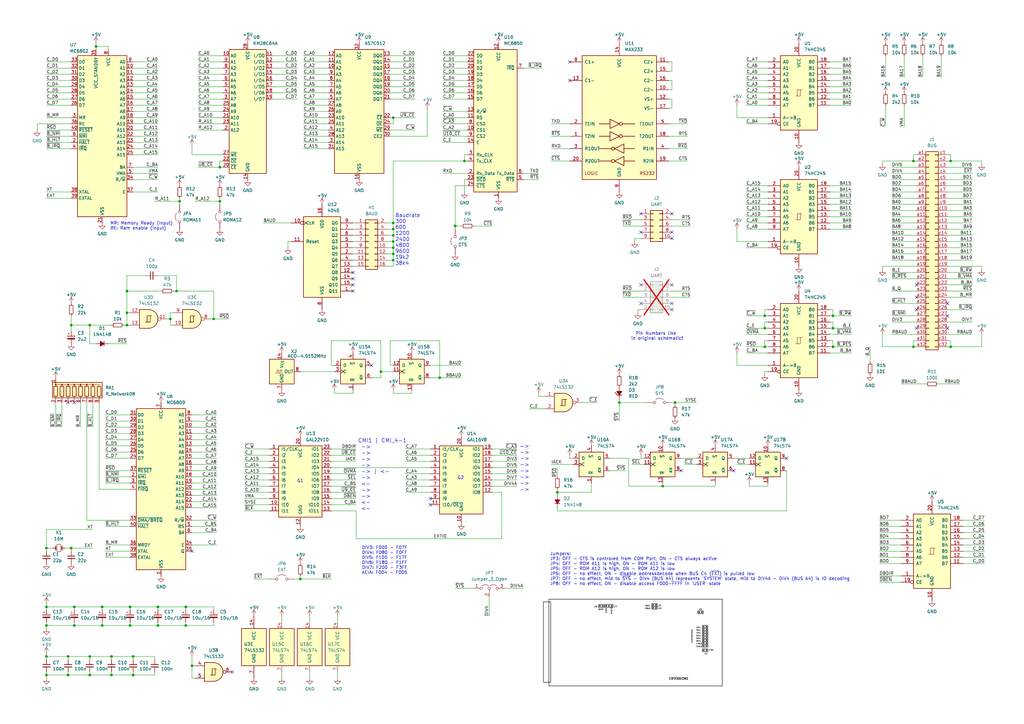
<source format=kicad_sch>
(kicad_sch (version 20231120) (generator "eeschema") (generator_version "8.0")
  (paper "A3")
  (title_block (title "CPUXXCMI Board") (date "2025-01-31") (rev "v1.0") (company "100% Offner") (comment 1 "v1.0: Initial") (comment 2 "Redrawn vrom kees1948 FLEX and UniFLEX Systems."))
  (junction (at 52.07 119.38))
  (junction (at 341.63 142.24))
  (junction (at 19.05 224.79))
  (junction (at 123.19 237.49))
  (junction (at 190.5 66.04))
  (junction (at 276.86 165.1))
  (junction (at 29.21 133.35))
  (junction (at 27.94 269.24))
  (junction (at 90.17 68.58))
  (junction (at 19.05 276.86))
  (junction (at 73.66 82.55))
  (junction (at 313.69 134.62))
  (junction (at 54.61 269.24))
  (junction (at 52.07 133.35))
  (junction (at 36.83 133.35))
  (junction (at 161.29 96.52))
  (junction (at 374.65 66.04))
  (junction (at 161.29 48.26))
  (junction (at 90.17 82.55))
  (junction (at 41.91 248.92))
  (junction (at 161.29 104.14))
  (junction (at 313.69 142.24))
  (junction (at 341.63 134.62))
  (junction (at 52.07 128.27))
  (junction (at 27.94 276.86))
  (junction (at 389.89 142.24))
  (junction (at 78.74 273.05))
  (junction (at 161.29 93.98))
  (junction (at 45.72 269.24))
  (junction (at 36.83 269.24))
  (junction (at 76.2 256.54))
  (junction (at 45.72 276.86))
  (junction (at 29.21 224.79))
  (junction (at 341.63 129.54))
  (junction (at 228.6 201.93))
  (junction (at 161.29 99.06))
  (junction (at 19.05 269.24))
  (junction (at 39.37 19.05))
  (junction (at 53.34 248.92))
  (junction (at 76.2 248.92))
  (junction (at 36.83 276.86))
  (junction (at 30.48 248.92))
  (junction (at 156.21 152.4))
  (junction (at 254 165.1))
  (junction (at 374.65 142.24))
  (junction (at 69.85 130.81))
  (junction (at 19.05 256.54))
  (junction (at 271.78 199.39))
  (junction (at 161.29 106.68))
  (junction (at 87.63 130.81))
  (junction (at 30.48 256.54))
  (junction (at 54.61 276.86))
  (junction (at 180.34 154.94))
  (junction (at 41.91 256.54))
  (junction (at 53.34 256.54))
  (junction (at 161.29 101.6))
  (junction (at 186.69 92.71))
  (junction (at 161.29 91.44))
  (junction (at 72.39 119.38))
  (junction (at 64.77 248.92))
  (junction (at 19.05 248.92))
  (junction (at 64.77 256.54))
  (junction (at 313.69 129.54))
  (junction (at 389.89 66.04))
  (no_connect (at 233.68 33.02))
  (no_connect (at 144.78 114.3))
  (no_connect (at 30.48 165.1))
  (no_connect (at 262.89 124.46))
  (no_connect (at 144.78 111.76))
  (no_connect (at 275.59 127))
  (no_connect (at 176.53 207.01))
  (no_connect (at 262.89 95.25))
  (no_connect (at 152.4 149.86))
  (no_connect (at 176.53 204.47))
  (no_connect (at 233.68 25.4))
  (no_connect (at 95.25 275.59))
  (no_connect (at 78.74 226.06))
  (no_connect (at 375.92 134.62))
  (no_connect (at 275.59 116.84))
  (no_connect (at 262.89 116.84))
  (no_connect (at 279.4 193.04))
  (no_connect (at 144.78 116.84))
  (no_connect (at 275.59 97.79))
  (no_connect (at 144.78 119.38))
  (no_connect (at 388.62 134.62))
  (no_connect (at 375.92 121.92))
  (no_connect (at 262.89 87.63))
  (no_connect (at 388.62 129.54))
  (no_connect (at 375.92 127))
  (no_connect (at 275.59 87.63))
  (no_connect (at 275.59 124.46))
  (no_connect (at 27.94 165.1))
  (no_connect (at 300.99 193.04))
  (no_connect (at 275.59 95.25))
  (no_connect (at 375.92 116.84))
  (no_connect (at 388.62 124.46))
  (no_connect (at 322.58 187.96))
  (wire (pts (xy 135.89 186.69) (xy 146.05 186.69)))
  (wire (pts (xy 275.59 33.02) (xy 275.59 36.83)))
  (wire (pts (xy 340.36 43.18) (xy 349.25 43.18)))
  (wire (pts (xy 43.18 228.6) (xy 53.34 228.6)))
  (wire (pts (xy 19.05 43.18) (xy 29.21 43.18)))
  (wire (pts (xy 228.6 209.55) (xy 228.6 208.28)))
  (wire (pts (xy 78.74 180.34) (xy 88.9 180.34)))
  (wire (pts (xy 307.34 198.12) (xy 307.34 199.39)))
  (wire (pts (xy 135.89 209.55) (xy 146.05 209.55)))
  (wire (pts (xy 181.61 35.56) (xy 191.77 35.56)))
  (wire (pts (xy 201.93 199.39) (xy 212.09 199.39)))
  (wire (pts (xy 30.48 248.92) (xy 30.48 250.19)))
  (wire (pts (xy 388.62 106.68) (xy 398.78 106.68)))
  (wire (pts (xy 388.62 76.2) (xy 398.78 76.2)))
  (wire (pts (xy 54.61 30.48) (xy 64.77 30.48)))
  (wire (pts (xy 29.21 133.35) (xy 36.83 133.35)))
  (wire (pts (xy 121.92 35.56) (xy 111.76 35.56)))
  (wire (pts (xy 361.95 142.24) (xy 361.95 137.16)))
  (wire (pts (xy 360.68 228.6) (xy 369.57 228.6)))
  (wire (pts (xy 76.2 248.92) (xy 87.63 248.92)))
  (wire (pts (xy 44.45 19.05) (xy 44.45 20.32)))
  (wire (pts (xy 72.39 113.03) (xy 72.39 119.38)))
  (wire (pts (xy 144.78 109.22) (xy 146.05 109.22)))
  (wire (pts (xy 201.93 184.15) (xy 212.09 184.15)))
  (wire (pts (xy 170.18 40.64) (xy 160.02 40.64)))
  (wire (pts (xy 388.62 81.28) (xy 398.78 81.28)))
  (wire (pts (xy 388.62 93.98) (xy 398.78 93.98)))
  (wire (pts (xy 306.07 33.02) (xy 314.96 33.02)))
  (wire (pts (xy 91.44 53.34) (xy 81.28 53.34)))
  (wire (pts (xy 388.62 83.82) (xy 398.78 83.82)))
  (wire (pts (xy 361.95 66.04) (xy 361.95 67.31)))
  (wire (pts (xy 181.61 71.12) (xy 191.77 71.12)))
  (wire (pts (xy 181.61 33.02) (xy 191.77 33.02)))
  (wire (pts (xy 78.74 200.66) (xy 88.9 200.66)))
  (wire (pts (xy 29.21 133.35) (xy 29.21 129.54)))
  (wire (pts (xy 134.62 40.64) (xy 124.46 40.64)))
  (wire (pts (xy 388.62 78.74) (xy 398.78 78.74)))
  (wire (pts (xy 121.92 40.64) (xy 111.76 40.64)))
  (wire (pts (xy 135.89 149.86) (xy 135.89 139.7)))
  (wire (pts (xy 186.69 76.2) (xy 186.69 92.71)))
  (wire (pts (xy 306.07 25.4) (xy 314.96 25.4)))
  (wire (pts (xy 134.62 30.48) (xy 124.46 30.48)))
  (wire (pts (xy 54.61 50.8) (xy 64.77 50.8)))
  (wire (pts (xy 78.74 187.96) (xy 88.9 187.96)))
  (wire (pts (xy 78.74 205.74) (xy 88.9 205.74)))
  (wire (pts (xy 388.62 68.58) (xy 398.78 68.58)))
  (wire (pts (xy 78.74 172.72) (xy 88.9 172.72)))
  (wire (pts (xy 302.26 93.98) (xy 302.26 99.06)))
  (wire (pts (xy 26.67 224.79) (xy 29.21 224.79)))
  (wire (pts (xy 262.89 186.69) (xy 262.89 187.96)))
  (wire (pts (xy 158.75 99.06) (xy 161.29 99.06)))
  (wire (pts (xy 78.74 223.52) (xy 88.9 223.52)))
  (wire (pts (xy 200.66 245.11) (xy 200.66 252.73)))
  (wire (pts (xy 340.36 134.62) (xy 341.63 134.62)))
  (wire (pts (xy 388.62 139.7) (xy 389.89 139.7)))
  (wire (pts (xy 19.05 269.24) (xy 19.05 270.51)))
  (wire (pts (xy 121.92 30.48) (xy 111.76 30.48)))
  (wire (pts (xy 64.77 248.92) (xy 76.2 248.92)))
  (wire (pts (xy 156.21 139.7) (xy 156.21 152.4)))
  (wire (pts (xy 280.67 190.5) (xy 285.75 190.5)))
  (wire (pts (xy 36.83 140.97) (xy 36.83 133.35)))
  (wire (pts (xy 52.07 113.03) (xy 52.07 119.38)))
  (wire (pts (xy 259.08 190.5) (xy 264.16 190.5)))
  (wire (pts (xy 161.29 93.98) (xy 161.29 96.52)))
  (wire (pts (xy 27.94 275.59) (xy 27.94 276.86)))
  (wire (pts (xy 78.74 208.28) (xy 88.9 208.28)))
  (wire (pts (xy 81.28 68.58) (xy 90.17 68.58)))
  (wire (pts (xy 119.38 99.06) (xy 118.11 99.06)))
  (wire (pts (xy 254 163.83) (xy 254 165.1)))
  (wire (pts (xy 41.91 248.92) (xy 41.91 250.19)))
  (wire (pts (xy 360.68 218.44) (xy 369.57 218.44)))
  (wire (pts (xy 156.21 154.94) (xy 152.4 154.94)))
  (wire (pts (xy 190.5 73.66) (xy 191.77 73.66)))
  (wire (pts (xy 365.76 99.06) (xy 375.92 99.06)))
  (wire (pts (xy 54.61 55.88) (xy 64.77 55.88)))
  (wire (pts (xy 340.36 27.94) (xy 349.25 27.94)))
  (wire (pts (xy 340.36 33.02) (xy 349.25 33.02)))
  (wire (pts (xy 186.69 241.3) (xy 194.31 241.3)))
  (wire (pts (xy 64.77 255.27) (xy 64.77 256.54)))
  (wire (pts (xy 78.74 218.44) (xy 88.9 218.44)))
  (wire (pts (xy 100.33 199.39) (xy 110.49 199.39)))
  (wire (pts (xy 360.68 215.9) (xy 369.57 215.9)))
  (wire (pts (xy 19.05 60.96) (xy 29.21 60.96)))
  (wire (pts (xy 360.68 231.14) (xy 369.57 231.14)))
  (wire (pts (xy 91.44 27.94) (xy 81.28 27.94)))
  (wire (pts (xy 306.07 27.94) (xy 314.96 27.94)))
  (wire (pts (xy 255.27 121.92) (xy 262.89 121.92)))
  (wire (pts (xy 134.62 53.34) (xy 124.46 53.34)))
  (wire (pts (xy 201.93 194.31) (xy 212.09 194.31)))
  (wire (pts (xy 176.53 149.86) (xy 189.23 149.86)))
  (wire (pts (xy 365.76 76.2) (xy 375.92 76.2)))
  (wire (pts (xy 181.61 27.94) (xy 191.77 27.94)))
  (wire (pts (xy 30.48 255.27) (xy 30.48 256.54)))
  (wire (pts (xy 134.62 33.02) (xy 124.46 33.02)))
  (wire (pts (xy 360.68 220.98) (xy 369.57 220.98)))
  (wire (pts (xy 78.74 170.18) (xy 88.9 170.18)))
  (wire (pts (xy 306.07 129.54) (xy 313.69 129.54)))
  (wire (pts (xy 36.83 269.24) (xy 45.72 269.24)))
  (wire (pts (xy 384.81 157.48) (xy 393.7 157.48)))
  (wire (pts (xy 170.18 22.86) (xy 160.02 22.86)))
  (wire (pts (xy 54.61 71.12) (xy 64.77 71.12)))
  (wire (pts (xy 69.85 130.81) (xy 69.85 133.35)))
  (wire (pts (xy 107.95 91.44) (xy 119.38 91.44)))
  (wire (pts (xy 238.76 165.1) (xy 245.11 165.1)))
  (wire (pts (xy 374.65 66.04) (xy 375.92 66.04)))
  (wire (pts (xy 19.05 256.54) (xy 19.05 257.81)))
  (wire (pts (xy 306.07 43.18) (xy 314.96 43.18)))
  (wire (pts (xy 19.05 217.17) (xy 19.05 224.79)))
  (wire (pts (xy 39.37 19.05) (xy 44.45 19.05)))
  (wire (pts (xy 306.07 134.62) (xy 313.69 134.62)))
  (wire (pts (xy 170.18 30.48) (xy 160.02 30.48)))
  (wire (pts (xy 59.69 113.03) (xy 52.07 113.03)))
  (wire (pts (xy 226.06 50.8) (xy 233.68 50.8)))
  (wire (pts (xy 160.02 149.86) (xy 160.02 139.7)))
  (wire (pts (xy 54.61 48.26) (xy 64.77 48.26)))
  (wire (pts (xy 257.81 187.96) (xy 257.81 199.39)))
  (wire (pts (xy 306.07 38.1) (xy 314.96 38.1)))
  (wire (pts (xy 135.89 199.39) (xy 146.05 199.39)))
  (wire (pts (xy 300.99 187.96) (xy 307.34 187.96)))
  (wire (pts (xy 375.92 142.24) (xy 374.65 142.24)))
  (wire (pts (xy 43.18 226.06) (xy 53.34 226.06)))
  (wire (pts (xy 389.89 66.04) (xy 388.62 66.04)))
  (wire (pts (xy 19.05 267.97) (xy 19.05 269.24)))
  (wire (pts (xy 181.61 30.48) (xy 191.77 30.48)))
  (wire (pts (xy 78.74 213.36) (xy 88.9 213.36)))
  (wire (pts (xy 365.76 104.14) (xy 375.92 104.14)))
  (wire (pts (xy 91.44 25.4) (xy 81.28 25.4)))
  (wire (pts (xy 91.44 43.18) (xy 81.28 43.18)))
  (wire (pts (xy 306.07 40.64) (xy 314.96 40.64)))
  (wire (pts (xy 54.61 58.42) (xy 64.77 58.42)))
  (wire (pts (xy 161.29 48.26) (xy 161.29 50.8)))
  (wire (pts (xy 283.21 90.17) (xy 275.59 90.17)))
  (wire (pts (xy 54.61 38.1) (xy 64.77 38.1)))
  (wire (pts (xy 274.32 40.64) (xy 275.59 40.64)))
  (wire (pts (xy 262.89 90.17) (xy 255.27 90.17)))
  (wire (pts (xy 388.62 88.9) (xy 398.78 88.9)))
  (wire (pts (xy 118.11 99.06) (xy 118.11 101.6)))
  (wire (pts (xy 43.18 172.72) (xy 53.34 172.72)))
  (wire (pts (xy 214.63 27.94) (xy 222.25 27.94)))
  (wire (pts (xy 365.76 101.6) (xy 375.92 101.6)))
  (wire (pts (xy 161.29 104.14) (xy 161.29 106.68)))
  (wire (pts (xy 313.69 129.54) (xy 314.96 129.54)))
  (wire (pts (xy 87.63 130.81) (xy 87.63 119.38)))
  (wire (pts (xy 54.61 25.4) (xy 64.77 25.4)))
  (wire (pts (xy 275.59 92.71) (xy 283.21 92.71)))
  (wire (pts (xy 228.6 195.58) (xy 228.6 191.77)))
  (wire (pts (xy 166.37 189.23) (xy 176.53 189.23)))
  (wire (pts (xy 275.59 25.4) (xy 275.59 29.21)))
  (wire (pts (xy 340.36 35.56) (xy 349.25 35.56)))
  (wire (pts (xy 361.95 109.22) (xy 375.92 109.22)))
  (wire (pts (xy 43.18 182.88) (xy 53.34 182.88)))
  (wire (pts (xy 313.69 152.4) (xy 313.69 153.67)))
  (wire (pts (xy 293.37 199.39) (xy 271.78 199.39)))
  (wire (pts (xy 394.97 220.98) (xy 403.86 220.98)))
  (wire (pts (xy 180.34 139.7) (xy 180.34 154.94)))
  (wire (pts (xy 306.07 78.74) (xy 314.96 78.74)))
  (wire (pts (xy 340.36 139.7) (xy 341.63 139.7)))
  (wire (pts (xy 78.74 195.58) (xy 88.9 195.58)))
  (wire (pts (xy 78.74 193.04) (xy 88.9 193.04)))
  (wire (pts (xy 54.61 275.59) (xy 54.61 276.86)))
  (wire (pts (xy 54.61 43.18) (xy 64.77 43.18)))
  (wire (pts (xy 19.05 25.4) (xy 29.21 25.4)))
  (wire (pts (xy 254 165.1) (xy 265.43 165.1)))
  (wire (pts (xy 135.89 194.31) (xy 146.05 194.31)))
  (wire (pts (xy 365.76 106.68) (xy 375.92 106.68)))
  (wire (pts (xy 54.61 27.94) (xy 64.77 27.94)))
  (wire (pts (xy 275.59 121.92) (xy 283.21 121.92)))
  (wire (pts (xy 158.75 104.14) (xy 161.29 104.14)))
  (wire (pts (xy 365.76 111.76) (xy 375.92 111.76)))
  (wire (pts (xy 394.97 223.52) (xy 403.86 223.52)))
  (wire (pts (xy 78.74 215.9) (xy 88.9 215.9)))
  (wire (pts (xy 365.76 73.66) (xy 375.92 73.66)))
  (wire (pts (xy 217.17 167.64) (xy 223.52 167.64)))
  (wire (pts (xy 158.75 106.68) (xy 161.29 106.68)))
  (wire (pts (xy 274.32 66.04) (xy 281.94 66.04)))
  (wire (pts (xy 115.57 252.73) (xy 115.57 255.27)))
  (wire (pts (xy 360.68 238.76) (xy 369.57 238.76)))
  (wire (pts (xy 161.29 106.68) (xy 161.29 109.22)))
  (wire (pts (xy 402.59 109.22) (xy 402.59 110.49)))
  (wire (pts (xy 340.36 129.54) (xy 341.63 129.54)))
  (wire (pts (xy 205.74 201.93) (xy 205.74 220.98)))
  (wire (pts (xy 374.65 66.04) (xy 361.95 66.04)))
  (wire (pts (xy 91.44 40.64) (xy 81.28 40.64)))
  (wire (pts (xy 360.68 226.06) (xy 369.57 226.06)))
  (wire (pts (xy 341.63 129.54) (xy 349.25 129.54)))
  (wire (pts (xy 54.61 73.66) (xy 64.77 73.66)))
  (wire (pts (xy 135.89 184.15) (xy 146.05 184.15)))
  (wire (pts (xy 45.72 276.86) (xy 54.61 276.86)))
  (wire (pts (xy 365.76 68.58) (xy 375.92 68.58)))
  (wire (pts (xy 313.69 152.4) (xy 314.96 152.4)))
  (wire (pts (xy 340.36 137.16) (xy 349.25 137.16)))
  (wire (pts (xy 100.33 201.93) (xy 110.49 201.93)))
  (wire (pts (xy 127 275.59) (xy 127 278.13)))
  (wire (pts (xy 228.6 201.93) (xy 242.57 201.93)))
  (wire (pts (xy 134.62 45.72) (xy 124.46 45.72)))
  (wire (pts (xy 76.2 248.92) (xy 76.2 250.19)))
  (wire (pts (xy 19.05 256.54) (xy 30.48 256.54)))
  (wire (pts (xy 181.61 58.42) (xy 191.77 58.42)))
  (wire (pts (xy 161.29 161.29) (xy 168.91 161.29)))
  (wire (pts (xy 322.58 193.04) (xy 322.58 209.55)))
  (wire (pts (xy 223.52 162.56) (xy 220.98 162.56)))
  (wire (pts (xy 363.22 43.18) (xy 363.22 52.07)))
  (wire (pts (xy 100.33 196.85) (xy 110.49 196.85)))
  (wire (pts (xy 78.74 177.8) (xy 88.9 177.8)))
  (wire (pts (xy 302.26 48.26) (xy 314.96 48.26)))
  (wire (pts (xy 274.32 55.88) (xy 281.94 55.88)))
  (wire (pts (xy 29.21 224.79) (xy 29.21 226.06)))
  (wire (pts (xy 146.05 220.98) (xy 146.05 209.55)))
  (wire (pts (xy 69.85 128.27) (xy 69.85 130.81)))
  (wire (pts (xy 53.34 248.92) (xy 53.34 250.19)))
  (wire (pts (xy 361.95 109.22) (xy 361.95 110.49)))
  (wire (pts (xy 160.02 139.7) (xy 180.34 139.7)))
  (wire (pts (xy 121.92 38.1) (xy 111.76 38.1)))
  (wire (pts (xy 365.76 114.3) (xy 375.92 114.3)))
  (wire (pts (xy 161.29 48.26) (xy 170.18 48.26)))
  (wire (pts (xy 170.18 33.02) (xy 160.02 33.02)))
  (wire (pts (xy 262.89 119.38) (xy 255.27 119.38)))
  (wire (pts (xy 314.96 199.39) (xy 314.96 198.12)))
  (wire (pts (xy 340.36 93.98) (xy 349.25 93.98)))
  (wire (pts (xy 91.44 50.8) (xy 81.28 50.8)))
  (wire (pts (xy 360.68 236.22) (xy 369.57 236.22)))
  (wire (pts (xy 181.61 38.1) (xy 191.77 38.1)))
  (wire (pts (xy 78.74 63.5) (xy 91.44 63.5)))
  (wire (pts (xy 86.36 130.81) (xy 87.63 130.81)))
  (wire (pts (xy 43.18 170.18) (xy 53.34 170.18)))
  (wire (pts (xy 53.34 255.27) (xy 53.34 256.54)))
  (wire (pts (xy 274.32 60.96) (xy 281.94 60.96)))
  (wire (pts (xy 78.74 203.2) (xy 88.9 203.2)))
  (wire (pts (xy 340.36 144.78) (xy 349.25 144.78)))
  (wire (pts (xy 27.94 269.24) (xy 27.94 270.51)))
  (wire (pts (xy 306.07 83.82) (xy 314.96 83.82)))
  (wire (pts (xy 127 252.73) (xy 127 255.27)))
  (wire (pts (xy 91.44 33.02) (xy 81.28 33.02)))
  (wire (pts (xy 341.63 139.7) (xy 341.63 142.24)))
  (wire (pts (xy 340.36 78.74) (xy 349.25 78.74)))
  (wire (pts (xy 360.68 213.36) (xy 369.57 213.36)))
  (wire (pts (xy 54.61 63.5) (xy 64.77 63.5)))
  (wire (pts (xy 306.07 93.98) (xy 314.96 93.98)))
  (wire (pts (xy 365.76 132.08) (xy 375.92 132.08)))
  (wire (pts (xy 19.05 81.28) (xy 29.21 81.28)))
  (wire (pts (xy 365.76 91.44) (xy 375.92 91.44)))
  (wire (pts (xy 170.18 38.1) (xy 160.02 38.1)))
  (wire (pts (xy 191.77 76.2) (xy 186.69 76.2)))
  (wire (pts (xy 54.61 53.34) (xy 64.77 53.34)))
  (wire (pts (xy 242.57 201.93) (xy 242.57 198.12)))
  (wire (pts (xy 260.35 97.79) (xy 260.35 99.06)))
  (wire (pts (xy 363.22 22.86) (xy 363.22 31.75)))
  (wire (pts (xy 19.05 269.24) (xy 27.94 269.24)))
  (wire (pts (xy 271.78 198.12) (xy 271.78 199.39)))
  (wire (pts (xy 72.39 119.38) (xy 87.63 119.38)))
  (wire (pts (xy 19.05 247.65) (xy 19.05 248.92)))
  (wire (pts (xy 91.44 48.26) (xy 81.28 48.26)))
  (wire (pts (xy 388.62 127) (xy 398.78 127)))
  (wire (pts (xy 134.62 43.18) (xy 124.46 43.18)))
  (wire (pts (xy 43.18 177.8) (xy 53.34 177.8)))
  (wire (pts (xy 100.33 184.15) (xy 110.49 184.15)))
  (wire (pts (xy 181.61 48.26) (xy 191.77 48.26)))
  (wire (pts (xy 389.89 142.24) (xy 402.59 142.24)))
  (wire (pts (xy 313.69 127) (xy 313.69 129.54)))
  (wire (pts (xy 19.05 248.92) (xy 19.05 250.19)))
  (wire (pts (xy 340.36 76.2) (xy 349.25 76.2)))
  (wire (pts (xy 166.37 184.15) (xy 176.53 184.15)))
  (wire (pts (xy 166.37 196.85) (xy 176.53 196.85)))
  (wire (pts (xy 374.65 139.7) (xy 374.65 142.24)))
  (wire (pts (xy 214.63 71.12) (xy 220.98 71.12)))
  (wire (pts (xy 302.26 99.06) (xy 314.96 99.06)))
  (wire (pts (xy 134.62 27.94) (xy 124.46 27.94)))
  (wire (pts (xy 35.56 213.36) (xy 53.34 213.36)))
  (wire (pts (xy 388.62 121.92) (xy 398.78 121.92)))
  (wire (pts (xy 144.78 101.6) (xy 146.05 101.6)))
  (wire (pts (xy 19.05 40.64) (xy 29.21 40.64)))
  (wire (pts (xy 161.29 96.52) (xy 161.29 99.06)))
  (wire (pts (xy 306.07 81.28) (xy 314.96 81.28)))
  (wire (pts (xy 69.85 133.35) (xy 71.12 133.35)))
  (wire (pts (xy 43.18 223.52) (xy 53.34 223.52)))
  (wire (pts (xy 80.01 82.55) (xy 90.17 82.55)))
  (wire (pts (xy 138.43 252.73) (xy 138.43 255.27)))
  (wire (pts (xy 19.05 276.86) (xy 27.94 276.86)))
  (wire (pts (xy 78.74 273.05) (xy 78.74 278.13)))
  (wire (pts (xy 54.61 60.96) (xy 64.77 60.96)))
  (wire (pts (xy 279.4 187.96) (xy 285.75 187.96)))
  (wire (pts (xy 39.37 19.05) (xy 39.37 20.32)))
  (wire (pts (xy 19.05 55.88) (xy 29.21 55.88)))
  (wire (pts (xy 64.77 113.03) (xy 72.39 113.03)))
  (wire (pts (xy 234.95 187.96) (xy 233.68 187.96)))
  (wire (pts (xy 19.05 35.56) (xy 29.21 35.56)))
  (wire (pts (xy 36.83 275.59) (xy 36.83 276.86)))
  (wire (pts (xy 340.36 25.4) (xy 349.25 25.4)))
  (wire (pts (xy 100.33 207.01) (xy 110.49 207.01)))
  (wire (pts (xy 285.75 165.1) (xy 276.86 165.1)))
  (wire (pts (xy 360.68 223.52) (xy 369.57 223.52)))
  (wire (pts (xy 370.84 22.86) (xy 370.84 31.75)))
  (wire (pts (xy 365.76 71.12) (xy 375.92 71.12)))
  (wire (pts (xy 378.46 22.86) (xy 378.46 31.75)))
  (wire (pts (xy 41.91 255.27) (xy 41.91 256.54)))
  (wire (pts (xy 365.76 129.54) (xy 375.92 129.54)))
  (wire (pts (xy 137.16 149.86) (xy 135.89 149.86)))
  (wire (pts (xy 78.74 269.24) (xy 78.74 273.05)))
  (wire (pts (xy 306.07 30.48) (xy 314.96 30.48)))
  (wire (pts (xy 365.76 96.52) (xy 375.92 96.52)))
  (wire (pts (xy 100.33 209.55) (xy 110.49 209.55)))
  (wire (pts (xy 36.83 276.86) (xy 45.72 276.86)))
  (wire (pts (xy 158.75 101.6) (xy 161.29 101.6)))
  (wire (pts (xy 43.18 185.42) (xy 53.34 185.42)))
  (wire (pts (xy 161.29 66.04) (xy 161.29 91.44)))
  (wire (pts (xy 25.4 175.26) (xy 25.4 165.1)))
  (wire (pts (xy 144.78 96.52) (xy 146.05 96.52)))
  (wire (pts (xy 257.81 199.39) (xy 271.78 199.39)))
  (wire (pts (xy 160.02 53.34) (xy 170.18 53.34)))
  (wire (pts (xy 45.72 269.24) (xy 54.61 269.24)))
  (wire (pts (xy 365.76 93.98) (xy 375.92 93.98)))
  (wire (pts (xy 78.74 273.05) (xy 80.01 273.05)))
  (wire (pts (xy 135.89 204.47) (xy 146.05 204.47)))
  (wire (pts (xy 302.26 190.5) (xy 307.34 190.5)))
  (wire (pts (xy 233.68 186.69) (xy 233.68 187.96)))
  (wire (pts (xy 262.89 127) (xy 261.62 127)))
  (wire (pts (xy 161.29 149.86) (xy 160.02 149.86)))
  (wire (pts (xy 123.19 236.22) (xy 123.19 237.49)))
  (wire (pts (xy 274.32 50.8) (xy 281.94 50.8)))
  (wire (pts (xy 254 165.1) (xy 254 172.72)))
  (wire (pts (xy 322.58 209.55) (xy 228.6 209.55)))
  (wire (pts (xy 135.89 189.23) (xy 146.05 189.23)))
  (wire (pts (xy 53.34 128.27) (xy 52.07 128.27)))
  (wire (pts (xy 306.07 86.36) (xy 314.96 86.36)))
  (wire (pts (xy 64.77 256.54) (xy 76.2 256.54)))
  (wire (pts (xy 78.74 190.5) (xy 88.9 190.5)))
  (wire (pts (xy 121.92 33.02) (xy 111.76 33.02)))
  (wire (pts (xy 313.69 132.08) (xy 313.69 134.62)))
  (wire (pts (xy 302.26 144.78) (xy 302.26 149.86)))
  (wire (pts (xy 144.78 104.14) (xy 146.05 104.14)))
  (wire (pts (xy 388.62 101.6) (xy 398.78 101.6)))
  (wire (pts (xy 144.78 91.44) (xy 146.05 91.44)))
  (wire (pts (xy 313.69 142.24) (xy 314.96 142.24)))
  (wire (pts (xy 264.16 187.96) (xy 262.89 187.96)))
  (wire (pts (xy 120.65 237.49) (xy 123.19 237.49)))
  (wire (pts (xy 365.76 124.46) (xy 375.92 124.46)))
  (wire (pts (xy 73.66 82.55) (xy 73.66 83.82)))
  (wire (pts (xy 137.16 161.29) (xy 144.78 161.29)))
  (wire (pts (xy 340.36 40.64) (xy 349.25 40.64)))
  (wire (pts (xy 134.62 25.4) (xy 124.46 25.4)))
  (wire (pts (xy 375.92 63.5) (xy 374.65 63.5)))
  (wire (pts (xy 78.74 198.12) (xy 88.9 198.12)))
  (wire (pts (xy 144.78 93.98) (xy 146.05 93.98)))
  (wire (pts (xy 388.62 73.66) (xy 398.78 73.66)))
  (wire (pts (xy 394.97 226.06) (xy 403.86 226.06)))
  (wire (pts (xy 156.21 152.4) (xy 161.29 152.4)))
  (wire (pts (xy 100.33 194.31) (xy 110.49 194.31)))
  (wire (pts (xy 138.43 275.59) (xy 138.43 278.13)))
  (wire (pts (xy 388.62 116.84) (xy 398.78 116.84)))
  (wire (pts (xy 388.62 96.52) (xy 398.78 96.52)))
  (wire (pts (xy 54.61 269.24) (xy 63.5 269.24)))
  (wire (pts (xy 389.89 139.7) (xy 389.89 142.24)))
  (wire (pts (xy 386.08 22.86) (xy 386.08 31.75)))
  (wire (pts (xy 181.61 22.86) (xy 191.77 22.86)))
  (wire (pts (xy 134.62 50.8) (xy 124.46 50.8)))
  (wire (pts (xy 340.36 132.08) (xy 341.63 132.08)))
  (wire (pts (xy 19.05 255.27) (xy 19.05 256.54)))
  (wire (pts (xy 388.62 63.5) (xy 389.89 63.5)))
  (wire (pts (xy 54.61 78.74) (xy 64.77 78.74)))
  (wire (pts (xy 340.36 142.24) (xy 341.63 142.24)))
  (wire (pts (xy 365.76 137.16) (xy 375.92 137.16)))
  (wire (pts (xy 306.07 142.24) (xy 313.69 142.24)))
  (wire (pts (xy 124.46 58.42) (xy 134.62 58.42)))
  (wire (pts (xy 54.61 33.02) (xy 64.77 33.02)))
  (wire (pts (xy 29.21 224.79) (xy 38.1 224.79)))
  (wire (pts (xy 36.83 133.35) (xy 45.72 133.35)))
  (wire (pts (xy 91.44 22.86) (xy 81.28 22.86)))
  (wire (pts (xy 340.36 81.28) (xy 349.25 81.28)))
  (wire (pts (xy 158.75 109.22) (xy 161.29 109.22)))
  (wire (pts (xy 19.05 78.74) (xy 29.21 78.74)))
  (wire (pts (xy 190.5 66.04) (xy 191.77 66.04)))
  (wire (pts (xy 190.5 63.5) (xy 190.5 66.04)))
  (wire (pts (xy 54.61 269.24) (xy 54.61 270.51)))
  (wire (pts (xy 63.5 269.24) (xy 63.5 270.51)))
  (wire (pts (xy 15.24 53.34) (xy 15.24 50.8)))
  (wire (pts (xy 402.59 66.04) (xy 402.59 67.31)))
  (wire (pts (xy 388.62 104.14) (xy 398.78 104.14)))
  (wire (pts (xy 307.34 199.39) (xy 314.96 199.39)))
  (wire (pts (xy 388.62 111.76) (xy 398.78 111.76)))
  (wire (pts (xy 40.64 165.1) (xy 40.64 200.66)))
  (wire (pts (xy 91.44 30.48) (xy 81.28 30.48)))
  (wire (pts (xy 166.37 194.31) (xy 176.53 194.31)))
  (wire (pts (xy 22.86 175.26) (xy 22.86 165.1)))
  (wire (pts (xy 78.74 182.88) (xy 88.9 182.88)))
  (wire (pts (xy 283.21 119.38) (xy 275.59 119.38)))
  (wire (pts (xy 214.63 73.66) (xy 220.98 73.66)))
  (wire (pts (xy 201.93 201.93) (xy 205.74 201.93)))
  (wire (pts (xy 276.86 165.1) (xy 276.86 166.37)))
  (wire (pts (xy 394.97 215.9) (xy 403.86 215.9)))
  (wire (pts (xy 180.34 154.94) (xy 189.23 154.94)))
  (wire (pts (xy 175.26 55.88) (xy 160.02 55.88)))
  (wire (pts (xy 313.69 127) (xy 314.96 127)))
  (wire (pts (xy 340.36 88.9) (xy 349.25 88.9)))
  (wire (pts (xy 121.92 25.4) (xy 111.76 25.4)))
  (wire (pts (xy 166.37 186.69) (xy 176.53 186.69)))
  (wire (pts (xy 340.36 91.44) (xy 349.25 91.44)))
  (wire (pts (xy 52.07 119.38) (xy 52.07 128.27)))
  (wire (pts (xy 43.18 198.12) (xy 53.34 198.12)))
  (wire (pts (xy 388.62 99.06) (xy 398.78 99.06)))
  (wire (pts (xy 64.77 248.92) (xy 64.77 250.19)))
  (wire (pts (xy 275.59 40.64) (xy 275.59 44.45)))
  (wire (pts (xy 90.17 81.28) (xy 90.17 82.55)))
  (wire (pts (xy 156.21 152.4) (xy 156.21 154.94)))
  (wire (pts (xy 44.45 140.97) (xy 52.07 140.97)))
  (wire (pts (xy 135.89 196.85) (xy 146.05 196.85)))
  (wire (pts (xy 226.06 60.96) (xy 233.68 60.96)))
  (wire (pts (xy 250.19 187.96) (xy 257.81 187.96)))
  (wire (pts (xy 341.63 132.08) (xy 341.63 134.62)))
  (wire (pts (xy 135.89 237.49) (xy 123.19 237.49)))
  (wire (pts (xy 91.44 45.72) (xy 81.28 45.72)))
  (wire (pts (xy 274.32 33.02) (xy 275.59 33.02)))
  (wire (pts (xy 220.98 161.29) (xy 220.98 162.56)))
  (wire (pts (xy 388.62 119.38) (xy 398.78 119.38)))
  (wire (pts (xy 158.75 91.44) (xy 161.29 91.44)))
  (wire (pts (xy 365.76 86.36) (xy 375.92 86.36)))
  (wire (pts (xy 38.1 175.26) (xy 38.1 165.1)))
  (wire (pts (xy 168.91 161.29) (xy 168.91 160.02)))
  (wire (pts (xy 256.54 193.04) (xy 250.19 193.04)))
  (wire (pts (xy 41.91 256.54) (xy 53.34 256.54)))
  (wire (pts (xy 374.65 142.24) (xy 361.95 142.24)))
  (wire (pts (xy 27.94 269.24) (xy 36.83 269.24)))
  (wire (pts (xy 134.62 38.1) (xy 124.46 38.1)))
  (wire (pts (xy 104.14 237.49) (xy 110.49 237.49)))
  (wire (pts (xy 186.69 92.71) (xy 186.69 93.98)))
  (wire (pts (xy 91.44 35.56) (xy 81.28 35.56)))
  (wire (pts (xy 394.97 231.14) (xy 403.86 231.14)))
  (wire (pts (xy 365.76 81.28) (xy 375.92 81.28)))
  (wire (pts (xy 90.17 66.04) (xy 90.17 68.58)))
  (wire (pts (xy 135.89 191.77) (xy 176.53 191.77)))
  (wire (pts (xy 388.62 91.44) (xy 398.78 91.44)))
  (wire (pts (xy 33.02 175.26) (xy 33.02 165.1)))
  (wire (pts (xy 78.74 175.26) (xy 88.9 175.26)))
  (wire (pts (xy 201.93 186.69) (xy 212.09 186.69)))
  (wire (pts (xy 388.62 71.12) (xy 398.78 71.12)))
  (wire (pts (xy 388.62 132.08) (xy 398.78 132.08)))
  (wire (pts (xy 306.07 91.44) (xy 314.96 91.44)))
  (wire (pts (xy 161.29 66.04) (xy 190.5 66.04)))
  (wire (pts (xy 313.69 139.7) (xy 314.96 139.7)))
  (wire (pts (xy 389.89 63.5) (xy 389.89 66.04)))
  (wire (pts (xy 54.61 40.64) (xy 64.77 40.64)))
  (wire (pts (xy 30.48 248.92) (xy 41.91 248.92)))
  (wire (pts (xy 41.91 248.92) (xy 53.34 248.92)))
  (wire (pts (xy 100.33 204.47) (xy 110.49 204.47)))
  (wire (pts (xy 313.69 134.62) (xy 314.96 134.62)))
  (wire (pts (xy 306.07 88.9) (xy 314.96 88.9)))
  (wire (pts (xy 161.29 101.6) (xy 161.29 104.14)))
  (wire (pts (xy 76.2 255.27) (xy 76.2 256.54)))
  (wire (pts (xy 19.05 30.48) (xy 29.21 30.48)))
  (wire (pts (xy 394.97 213.36) (xy 403.86 213.36)))
  (wire (pts (xy 54.61 276.86) (xy 63.5 276.86)))
  (wire (pts (xy 53.34 256.54) (xy 64.77 256.54)))
  (wire (pts (xy 388.62 137.16) (xy 398.78 137.16)))
  (wire (pts (xy 161.29 160.02) (xy 161.29 161.29)))
  (wire (pts (xy 19.05 38.1) (xy 29.21 38.1)))
  (wire (pts (xy 144.78 99.06) (xy 146.05 99.06)))
  (wire (pts (xy 135.89 139.7) (xy 156.21 139.7)))
  (wire (pts (xy 341.63 127) (xy 341.63 129.54)))
  (wire (pts (xy 181.61 50.8) (xy 191.77 50.8)))
  (wire (pts (xy 166.37 199.39) (xy 176.53 199.39)))
  (wire (pts (xy 40.64 200.66) (xy 53.34 200.66)))
  (wire (pts (xy 175.26 44.45) (xy 175.26 55.88)))
  (wire (pts (xy 260.35 97.79) (xy 262.89 97.79)))
  (wire (pts (xy 134.62 22.86) (xy 124.46 22.86)))
  (wire (pts (xy 160.02 48.26) (xy 161.29 48.26)))
  (wire (pts (xy 340.36 38.1) (xy 349.25 38.1)))
  (wire (pts (xy 201.93 191.77) (xy 212.09 191.77)))
  (wire (pts (xy 181.61 53.34) (xy 191.77 53.34)))
  (wire (pts (xy 181.61 40.64) (xy 191.77 40.64)))
  (wire (pts (xy 115.57 275.59) (xy 115.57 278.13)))
  (wire (pts (xy 124.46 55.88) (xy 134.62 55.88)))
  (wire (pts (xy 340.36 86.36) (xy 349.25 86.36)))
  (wire (pts (xy 52.07 128.27) (xy 52.07 133.35)))
  (wire (pts (xy 180.34 154.94) (xy 176.53 154.94)))
  (wire (pts (xy 275.59 165.1) (xy 276.86 165.1)))
  (wire (pts (xy 370.84 43.18) (xy 370.84 52.07)))
  (wire (pts (xy 274.32 25.4) (xy 275.59 25.4)))
  (wire (pts (xy 76.2 256.54) (xy 87.63 256.54)))
  (wire (pts (xy 302.26 149.86) (xy 314.96 149.86)))
  (wire (pts (xy 201.93 196.85) (xy 212.09 196.85)))
  (wire (pts (xy 388.62 109.22) (xy 402.59 109.22)))
  (wire (pts (xy 43.18 175.26) (xy 53.34 175.26)))
  (wire (pts (xy 45.72 269.24) (xy 45.72 270.51)))
  (wire (pts (xy 19.05 276.86) (xy 19.05 278.13)))
  (wire (pts (xy 121.92 22.86) (xy 111.76 22.86)))
  (wire (pts (xy 170.18 27.94) (xy 160.02 27.94)))
  (wire (pts (xy 228.6 201.93) (xy 228.6 203.2)))
  (wire (pts (xy 255.27 92.71) (xy 262.89 92.71)))
  (wire (pts (xy 144.78 161.29) (xy 144.78 160.02)))
  (wire (pts (xy 35.56 213.36) (xy 35.56 165.1)))
  (wire (pts (xy 181.61 25.4) (xy 191.77 25.4)))
  (wire (pts (xy 15.24 50.8) (xy 29.21 50.8)))
  (wire (pts (xy 123.19 152.4) (xy 137.16 152.4)))
  (wire (pts (xy 313.69 139.7) (xy 313.69 142.24)))
  (wire (pts (xy 78.74 185.42) (xy 88.9 185.42)))
  (wire (pts (xy 19.05 33.02) (xy 29.21 33.02)))
  (wire (pts (xy 100.33 186.69) (xy 110.49 186.69)))
  (wire (pts (xy 137.16 160.02) (xy 137.16 161.29)))
  (wire (pts (xy 201.93 189.23) (xy 212.09 189.23)))
  (wire (pts (xy 158.75 96.52) (xy 161.29 96.52)))
  (wire (pts (xy 365.76 78.74) (xy 375.92 78.74)))
  (wire (pts (xy 341.63 142.24) (xy 349.25 142.24)))
  (wire (pts (xy 388.62 114.3) (xy 398.78 114.3)))
  (wire (pts (xy 306.07 76.2) (xy 314.96 76.2)))
  (wire (pts (xy 306.07 50.8) (xy 314.96 50.8)))
  (wire (pts (xy 261.62 127) (xy 261.62 128.27)))
  (wire (pts (xy 68.58 130.81) (xy 69.85 130.81)))
  (wire (pts (xy 205.74 220.98) (xy 146.05 220.98)))
  (wire (pts (xy 39.37 17.78) (xy 39.37 19.05)))
  (wire (pts (xy 340.36 30.48) (xy 349.25 30.48)))
  (wire (pts (xy 38.1 217.17) (xy 19.05 217.17)))
  (wire (pts (xy 43.18 193.04) (xy 53.34 193.04)))
  (wire (pts (xy 19.05 27.94) (xy 29.21 27.94)))
  (wire (pts (xy 144.78 106.68) (xy 146.05 106.68)))
  (wire (pts (xy 43.18 195.58) (xy 53.34 195.58)))
  (wire (pts (xy 191.77 45.72) (xy 181.61 45.72)))
  (wire (pts (xy 402.59 142.24) (xy 402.59 137.16)))
  (wire (pts (xy 226.06 66.04) (xy 233.68 66.04)))
  (wire (pts (xy 43.18 215.9) (xy 53.34 215.9)))
  (wire (pts (xy 293.37 198.12) (xy 293.37 199.39)))
  (wire (pts (xy 45.72 275.59) (xy 45.72 276.86)))
  (wire (pts (xy 135.89 207.01) (xy 146.05 207.01)))
  (wire (pts (xy 87.63 248.92) (xy 87.63 250.19)))
  (wire (pts (xy 160.02 50.8) (xy 161.29 50.8)))
  (wire (pts (xy 63.5 275.59) (xy 63.5 276.86)))
  (wire (pts (xy 365.76 83.82) (xy 375.92 83.82)))
  (wire (pts (xy 340.36 127) (xy 341.63 127)))
  (wire (pts (xy 54.61 35.56) (xy 64.77 35.56)))
  (wire (pts (xy 36.83 269.24) (xy 36.83 270.51)))
  (wire (pts (xy 190.5 73.66) (xy 190.5 78.74)))
  (wire (pts (xy 340.36 83.82) (xy 349.25 83.82)))
  (wire (pts (xy 375.92 139.7) (xy 374.65 139.7)))
  (wire (pts (xy 87.63 255.27) (xy 87.63 256.54)))
  (wire (pts (xy 19.05 248.92) (xy 30.48 248.92)))
  (wire (pts (xy 365.76 119.38) (xy 375.92 119.38)))
  (wire (pts (xy 90.17 66.04) (xy 91.44 66.04)))
  (wire (pts (xy 43.18 187.96) (xy 53.34 187.96)))
  (wire (pts (xy 27.94 276.86) (xy 36.83 276.86)))
  (wire (pts (xy 190.5 63.5) (xy 191.77 63.5)))
  (wire (pts (xy 201.93 92.71) (xy 194.31 92.71)))
  (wire (pts (xy 19.05 224.79) (xy 21.59 224.79)))
  (wire (pts (xy 91.44 38.1) (xy 81.28 38.1)))
  (wire (pts (xy 275.59 36.83) (xy 274.32 36.83)))
  (wire (pts (xy 369.57 157.48) (xy 379.73 157.48)))
  (wire (pts (xy 54.61 68.58) (xy 64.77 68.58)))
  (wire (pts (xy 54.61 45.72) (xy 64.77 45.72)))
  (wire (pts (xy 30.48 256.54) (xy 41.91 256.54)))
  (wire (pts (xy 313.69 132.08) (xy 314.96 132.08)))
  (wire (pts (xy 306.07 35.56) (xy 314.96 35.56)))
  (wire (pts (xy 66.04 119.38) (xy 52.07 119.38)))
  (wire (pts (xy 181.61 55.88) (xy 191.77 55.88)))
  (wire (pts (xy 161.29 91.44) (xy 161.29 93.98)))
  (wire (pts (xy 161.29 99.06) (xy 161.29 101.6)))
  (wire (pts (xy 394.97 218.44) (xy 403.86 218.44)))
  (wire (pts (xy 19.05 275.59) (xy 19.05 276.86)))
  (wire (pts (xy 356.87 142.24) (xy 356.87 148.59)))
  (wire (pts (xy 63.5 82.55) (xy 73.66 82.55)))
  (wire (pts (xy 388.62 142.24) (xy 389.89 142.24)))
  (wire (pts (xy 39.37 140.97) (xy 36.83 140.97)))
  (wire (pts (xy 52.07 133.35) (xy 50.8 133.35)))
  (wire (pts (xy 226.06 190.5) (xy 234.95 190.5)))
  (wire (pts (xy 306.07 137.16) (xy 314.96 137.16)))
  (wire (pts (xy 87.63 130.81) (xy 93.98 130.81)))
  (wire (pts (xy 306.07 101.6) (xy 314.96 101.6)))
  (wire (pts (xy 394.97 228.6) (xy 403.86 228.6)))
  (wire (pts (xy 71.12 128.27) (xy 69.85 128.27)))
  (wire (pts (xy 374.65 63.5) (xy 374.65 66.04)))
  (wire (pts (xy 121.92 27.94) (xy 111.76 27.94)))
  (wire (pts (xy 19.05 224.79) (xy 19.05 226.06)))
  (wire (pts (xy 124.46 60.96) (xy 134.62 60.96)))
  (wire (pts (xy 189.23 92.71) (xy 186.69 92.71)))
  (wire (pts (xy 228.6 201.93) (xy 228.6 200.66)))
  (wire (pts (xy 19.05 53.34) (xy 29.21 53.34)))
  (wire (pts (xy 389.89 66.04) (xy 402.59 66.04)))
  (wire (pts (xy 306.07 144.78) (xy 314.96 144.78)))
  (wire (pts (xy 80.01 278.13) (xy 78.74 278.13)))
  (wire (pts (xy 158.75 93.98) (xy 161.29 93.98)))
  (wire (pts (xy 135.89 201.93) (xy 146.05 201.93)))
  (wire (pts (xy 170.18 35.56) (xy 160.02 35.56)))
  (wire (pts (xy 78.74 59.69) (xy 78.74 63.5)))
  (wire (pts (xy 53.34 133.35) (xy 52.07 133.35)))
  (wire (pts (xy 341.63 134.62) (xy 349.25 134.62)))
  (wire (pts (xy 134.62 35.56) (xy 124.46 35.56)))
  (wire (pts (xy 19.05 48.26) (xy 29.21 48.26)))
  (wire (pts (xy 90.17 68.58) (xy 91.44 68.58)))
  (wire (pts (xy 166.37 201.93) (xy 176.53 201.93)))
  (wire (pts (xy 226.06 55.88) (xy 233.68 55.88)))
  (wire (pts (xy 388.62 86.36) (xy 398.78 86.36)))
  (wire (pts (xy 90.17 82.55) (xy 90.17 83.82)))
  (wire (pts (xy 275.59 29.21) (xy 274.32 29.21)))
  (wire (pts (xy 53.34 248.92) (xy 64.77 248.92)))
  (wire (pts (xy 134.62 48.26) (xy 124.46 48.26)))
  (wire (pts (xy 29.21 135.89) (xy 29.21 133.35)))
  (wire (pts (xy 207.01 241.3) (xy 214.63 241.3)))
  (wire (pts (xy 302.26 43.18) (xy 302.26 48.26)))
  (wire (pts (xy 72.39 119.38) (xy 71.12 119.38)))
  (wire (pts (xy 19.05 58.42) (xy 29.21 58.42)))
  (wire (pts (xy 100.33 189.23) (xy 110.49 189.23)))
  (wire (pts (xy 365.76 88.9) (xy 375.92 88.9)))
  (wire (pts (xy 100.33 191.77) (xy 110.49 191.77)))
  (wire (pts (xy 43.18 180.34) (xy 53.34 180.34)))
  (wire (pts (xy 275.59 44.45) (xy 274.32 44.45)))
  (wire (pts (xy 73.66 81.28) (xy 73.66 82.55)))
  (wire (pts (xy 170.18 25.4) (xy 160.02 25.4)))
  (image (at 259.715 263.525) (scale 0.809031))
  (text "Jumpers:\nJP3: OFF - CTS is controled from COM Port, ON - CTS always active\nJP4: OFF - ROM A11 is high, ON - ROM A11 is low\nJP5: OFF - ROM A12 is high, ON - ROM A12 is low\nJP6: OFF - no effect, ON - disable addressdecode when BUS C4 (~{EXT}) is pulled low\nJP7: OFF - no effect, mid to ~{SYS} - DIV4 (BUS A4) represents 'SYSTEM' state, mid to DIV4A - DIV4 (BUS A4) is IO decoding \nJP8: OFF - no effect, ON - disable access F000-FFFF in 'USER' state\n" (at 225.552 233.426 0) (effects (font (size 1.27 1.27)) (justify left)))
  (text "CMI1 | CMI_4-1\n ->\n ->\n ->\n ->\n -> | <-\n ->\n <-\n ->\n ->\n <-\n <-\n" (at 146.812 194.818 0) (effects (font (size 1.5748 1.5748)) (justify left)))
  (text "G1\n" (at 123.19 197.358 0) (effects (font (size 1.27 1.27))))
  (text "Pin Numbers like \nin original schematic!" (at 269.494 137.922 0) (effects (font (size 1.27 1.27))))
  (text "DIV3: F000 - F07F\nDIV4: F080 - F0FF\nDIV5: F100 - F17F\nDIV6: F180 - F1FF\nDIV7: F200 - F3FF\nACIA: F004 - F005" (at 157.734 229.87 0) (effects (font (size 1.27 1.27))))
  (text "->\n->\n->\n->\n->\n->\n->\n->\n" (at 215.138 192.024 0) (effects (font (size 1.5748 1.5748))))
  (text "G2" (at 188.976 196.088 0) (effects (font (size 1.27 1.27))))
  (text "MR: Memory Ready (Input)\nRE: Ram enable (Input)" (at 45.212 94.488 0) (effects (font (size 1.27 1.27)) (justify left bottom)))
  (text "Baudrate\n300\n600\n1200\n2400\n4800\n9600\n19k2\n38k4\n" (at 162.052 98.298 0) (effects (font (size 1.524 1.524)) (justify left)))
  (label "C_A10" (at 100.33 201.93 0))
  (label "~{RES}" (at 52.07 140.97 180))
  (label "~{RXD}" (at 255.27 119.38 0))
  (label "BA15" (at 349.25 76.2 180))
  (label "C_A14" (at 100.33 191.77 0))
  (label "~{B_VMA}" (at 349.25 137.16 180))
  (label "C_A0" (at 64.77 25.4 180))
  (label "R_A12" (at 80.01 82.55 0))
  (label "C_A0" (at 306.07 43.18 0))
  (label "~{DBEN}" (at 360.68 238.76 0))
  (label "C_E" (at 306.07 134.62 0))
  (label "IACK" (at 226.06 190.5 0))
  (label "C_A6" (at 64.77 40.64 180))
  (label "C_D6" (at 19.05 40.64 0))
  (label "BBAUD" (at 369.57 157.48 0))
  (label "~{C_W}" (at 88.9 213.36 180))
  (label "C_A7" (at 64.77 43.18 180))
  (label "BA3" (at 349.25 35.56 180))
  (label "~{EXT}" (at 398.78 71.12 180))
  (label "~{B_IRQ}" (at 19.05 60.96 0))
  (label "~{B_NMI}" (at 19.05 55.88 0))
  (label "BD0" (at 365.76 73.66 0))
  (label "C_BS" (at 146.05 199.39 180))
  (label "~{B_IRQ}" (at 222.25 27.94 180))
  (label "C_A3" (at 306.07 35.56 0))
  (label "~{U10_CE}" (at 212.09 186.69 180))
  (label "BA17" (at 398.78 104.14 180))
  (label "~{C_A3}" (at 212.09 184.15 180))
  (label "BA5" (at 349.25 30.48 180))
  (label "~{RTS}" (at 226.06 55.88 0))
  (label "~{C_W}" (at 306.07 129.54 0))
  (label "C_BS" (at 88.9 215.9 180))
  (label "~{BLK}" (at 100.33 209.55 0))
  (label "BA17" (at 370.84 31.75 90))
  (label "C_A10" (at 124.46 48.26 0))
  (label "BA18" (at 378.46 31.75 90))
  (label "~{B_HLT}" (at 43.18 215.9 0))
  (label "DIV5" (at 212.09 191.77 180))
  (label "C_A7" (at 124.46 40.64 0))
  (label "C_A13" (at 100.33 194.31 0))
  (label "BA0" (at 349.25 43.18 180))
  (label "~{CTS}" (at 201.93 92.71 180))
  (label "~{B_IRQ}" (at 25.4 175.26 90))
  (label "C_A11" (at 306.07 86.36 0))
  (label "BA8" (at 349.25 93.98 180))
  (label "C_D1" (at 43.18 172.72 0))
  (label "DIV3" (at 212.09 189.23 180))
  (label "BA5" (at 398.78 88.9 180))
  (label "C_D0" (at 121.92 22.86 180))
  (label "C_D7" (at 19.05 43.18 0))
  (label "~{B_VMA}" (at 398.78 114.3 180))
  (label "BBAUD" (at 189.23 154.94 180))
  (label "C_A3" (at 166.37 196.85 0))
  (label "C_D0" (at 403.86 231.14 180))
  (label "BA4" (at 365.76 88.9 0))
  (label "~{RSO}" (at 93.98 130.81 180))
  (label "C_D3" (at 43.18 177.8 0))
  (label "BD2" (at 365.76 76.2 0))
  (label "DIV7" (at 212.09 196.85 180))
  (label "R_A12" (at 81.28 53.34 0))
  (label "C_A14" (at 124.46 58.42 0))
  (label "~{TXD}" (at 281.94 50.8 180))
  (label "RBAUD" (at 398.78 137.16 180))
  (label "IACK" (at 146.05 189.23 180))
  (label "SYSE" (at 100.33 207.01 0))
  (label "BA11" (at 398.78 96.52 180))
  (label "C_D6" (at 43.18 185.42 0))
  (label "VMA" (at 370.84 52.07 90))
  (label "BD0" (at 360.68 231.14 0))
  (label "B_MR" (at 33.02 175.26 90))
  (label "DIV4A" (at 212.09 199.39 180))
  (label "C_A12" (at 306.07 83.82 0))
  (label "C_D1" (at 181.61 25.4 0))
  (label "~{B_HLT}" (at 19.05 58.42 0))
  (label "~{OVMA}" (at 146.05 194.31 180))
  (label "C_D0" (at 19.05 25.4 0))
  (label "C_A15" (at 100.33 189.23 0))
  (label "C_A6" (at 88.9 185.42 180))
  (label "C_A15" (at 88.9 208.28 180))
  (label "B_Q" (at 365.76 119.38 0))
  (label "C_D1" (at 121.92 25.4 180))
  (label "RTS" (at 281.94 55.88 180))
  (label "~{SYS}" (at 186.69 241.3 0))
  (label "BD1" (at 360.68 228.6 0))
  (label "XT" (at 38.1 217.17 180))
  (label "BA6" (at 365.76 91.44 0))
  (label "C_A13" (at 64.77 58.42 180))
  (label "C_E" (at 217.17 167.64 0))
  (label "C_D3" (at 170.18 30.48 180))
  (label "C_A1" (at 124.46 25.4 0))
  (label "C_A8" (at 64.77 45.72 180))
  (label "DIV7" (at 398.78 132.08 180))
  (label "C_A9" (at 124.46 45.72 0))
  (label "BD3" (at 398.78 76.2 180))
  (label "C_D2" (at 170.18 27.94 180))
  (label "C_A5" (at 88.9 182.88 180))
  (label "BA4" (at 349.25 33.02 180))
  (label "BA16" (at 365.76 104.14 0))
  (label "BD7" (at 360.68 213.36 0))
  (label "C_A1" (at 64.77 27.94 180))
  (label "~{U10_CE}" (at 181.61 55.88 0))
  (label "C_A12" (at 88.9 200.66 180))
  (label "BAUD" (at 189.23 149.86 180))
  (label "C_D4" (at 181.61 33.02 0))
  (label "DBDIR" (at 146.05 184.15 180))
  (label "C_A14" (at 88.9 205.74 180))
  (label "EXT" (at 43.18 228.6 0))
  (label "~{EXT}" (at 104.14 237.49 0))
  (label "BA12" (at 349.25 83.82 180))
  (label "C_D0" (at 170.18 22.86 180))
  (label "~{CTS}" (at 226.06 66.04 0))
  (label "C_A9" (at 64.77 48.26 180))
  (label "DIV4A" (at 214.63 241.3 180))
  (label "BA15" (at 398.78 101.6 180))
  (label "C_A3" (at 64.77 33.02 180))
  (label "C_BA" (at 88.9 218.44 180))
  (label "C_A10" (at 306.07 88.9 0))
  (label "~{TXD}" (at 255.27 121.92 0))
  (label "C_A10" (at 88.9 195.58 180))
  (label "~{B_RW}" (at 349.25 129.54 180))
  (label "C_A1" (at 88.9 172.72 180))
  (label "BAUD" (at 107.95 91.44 0))
  (label "C_A14" (at 306.07 78.74 0))
  (label "C_A4" (at 64.77 35.56 180))
  (label "~{B_RW}" (at 398.78 111.76 180))
  (label "BD2" (at 360.68 226.06 0))
  (label "C_A0" (at 88.9 170.18 180))
  (label "C_A4" (at 166.37 194.31 0))
  (label "C_A2" (at 81.28 27.94 0))
  (label "C_D5" (at 170.18 35.56 180))
  (label "R_A11" (at 63.5 82.55 0))
  (label "C_A4" (at 88.9 180.34 180))
  (label "C_A15" (at 124.46 60.96 0))
  (label "BD4" (at 360.68 220.98 0))
  (label "C_A3" (at 88.9 177.8 180))
  (label "C_A14" (at 64.77 60.96 180))
  (label "VMA" (at 64.77 71.12 180))
  (label "~{RXD}" (at 255.27 90.17 0))
  (label "C_BA" (at 306.07 101.6 0))
  (label "~{DBEN}" (at 146.05 204.47 180))
  (label "XT" (at 43.18 226.06 0))
  (label "RXD" (at 226.06 60.96 0))
  (label "~{B_NMI}" (at 365.76 129.54 0))
  (label "DIV4" (at 365.76 71.12 0))
  (label "C_A7" (at 81.28 40.64 0))
  (label "C_A13" (at 88.9 203.2 180))
  (label "C_A6" (at 81.28 38.1 0))
  (label "DBDIR" (at 360.68 236.22 0))
  (label "~{TXD}" (at 255.27 92.71 0))
  (label "RBAUD" (at 393.7 157.48 180))
  (label "~{C_W}" (at 181.61 45.72 0))
  (label "C_A4" (at 124.46 33.02 0))
  (label "~{U8_CE}" (at 81.28 68.58 0))
  (label "C_A15" (at 64.77 63.5 180))
  (label "BA7" (at 349.25 25.4 180))
  (label "~{U9_CE}" (at 146.05 201.93 180))
  (label "C_D6" (at 121.92 38.1 180))
  (label "~{B_NMI}" (at 22.86 175.26 90))
  (label "~{RTS}" (at 220.98 73.66 180))
  (label "C_E" (at 100.33 186.69 0))
  (label "B_E" (at 349.25 134.62 180))
  (label "C_A2" (at 181.61 53.34 0))
  (label "DIV6" (at 212.09 194.31 180))
  (label "C_A2" (at 64.77 30.48 180))
  (label "C_A12" (at 64.77 55.88 180))
  (label "C_E" (at 181.61 58.42 0))
  (label "BA1" (at 398.78 83.82 180))
  (label "EXTIO" (at 177.8 220.98 0))
  (label "EXT" (at 19.05 81.28 0))
  (label "C_D4" (at 19.05 35.56 0))
  (label "C_A7" (at 306.07 25.4 0))
  (label "B_E" (at 365.76 111.76 0))
  (label "RTS" (at 283.21 90.17 180))
  (label "BA7" (at 398.78 91.44 180))
  (label "BA12" (at 365.76 99.06 0))
  (label "C_D4" (at 170.18 33.02 180))
  (label "C_A4" (at 306.07 33.02 0))
  (label "C_A8" (at 81.28 43.18 0))
  (label "C_A8" (at 124.46 43.18 0))
  (label "C_D0" (at 181.61 22.86 0))
  (label "~{RXD}" (at 281.94 60.96 180))
  (label "C_D3" (at 19.05 33.02 0))
  (label "~{RSO}" (at 43.18 193.04 0))
  (label "BD6" (at 365.76 81.28 0))
  (label "C_A15" (at 306.07 76.2 0))
  (label "~{C_E}" (at 280.67 190.5 0))
  (label "C_D5" (at 121.92 35.56 180))
  (label "C_A13" (at 306.07 81.28 0))
  (label "B_MR" (at 398.78 121.92 180))
  (label "C_A3" (at 124.46 30.48 0))
  (label "BA2" (at 349.25 38.1 180))
  (label "C_BA" (at 306.07 144.78 0))
  (label "C_A12" (at 100.33 196.85 0))
  (label "~{C_W}" (at 100.33 184.15 0))
  (label "~{SYS}" (at 256.54 193.04 180))
  (label "SYSE" (at 285.75 165.1 180))
  (label "BD3" (at 360.68 223.52 0))
  (label "~{C_W}" (at 170.18 53.34 180))
  (label "RTS" (at 283.21 119.38 180))
  (label "C_A9" (at 88.9 193.04 180))
  (label "DIV4" (at 200.66 252.73 90))
  (label "C_A5" (at 124.46 35.56 0))
  (label "C_A8" (at 306.07 93.98 0))
  (label "BA3" (at 398.78 86.36 180))
  (label "B_BA" (at 349.25 144.78 180))
  (label "C_A5" (at 166.37 189.23 0))
  (label "C_A4" (at 81.28 33.02 0))
  (label "B_MR" (at 19.05 48.26 0))
  (label "BA11" (at 349.25 86.36 180))
  (label "BD1" (at 398.78 73.66 180))
  (label "C_A1" (at 81.28 25.4 0))
  (label "BA14" (at 365.76 101.6 0))
  (label "~{OVMA}" (at 306.07 137.16 0))
  (label "C_D7" (at 43.18 187.96 0))
  (label "C_A11" (at 124.46 50.8 0))
  (label "C_A5" (at 64.77 38.1 180))
  (label "C_D4" (at 403.86 220.98 180))
  (label "C_D2" (at 19.05 30.48 0))
  (label "~{RSO}" (at 228.6 191.77 270))
  (label "C_D7" (at 170.18 40.64 180))
  (label "VMA" (at 100.33 204.47 0))
  (label "CTS" (at 283.21 92.71 180))
  (label "C_D3" (at 403.86 223.52 180))
  (label "C_A5" (at 81.28 35.56 0))
  (label "~{U9_CE}" (at 170.18 48.26 180))
  (label "~{C_W}" (at 64.77 73.66 180))
  (label "BD7" (at 398.78 81.28 180))
  (label "~{BLK}" (at 135.89 237.49 180))
  (label "~{B_IRQ}" (at 398.78 127 180))
  (label "~{RSO}" (at 19.05 53.34 0))
  (label "BA14" (at 349.25 78.74 180))
  (label "C_D5" (at 19.05 38.1 0))
  (label "C_A11" (at 100.33 199.39 0))
  (label "C_A7" (at 166.37 184.15 0))
  (label "C_D1" (at 19.05 27.94 0))
  (label "C_A12" (at 124.46 53.34 0))
  (label "BA10" (at 349.25 88.9 180))
  (label "C_A6" (at 306.07 27.94 0))
  (label "C_BA" (at 64.77 68.58 180))
  (label "C_D3" (at 121.92 30.48 180))
  (label "CTS" (at 281.94 66.04 180))
  (label "C_A0" (at 124.46 22.86 0))
  (label "BD4" (at 365.76 78.74 0))
  (label "C_BA" (at 146.05 207.01 180))
  (label "B_BA" (at 398.78 116.84 180))
  (label "C_BA" (at 306.07 50.8 0))
  (label "C_D2" (at 181.61 27.94 0))
  (label "BA2" (at 365.76 86.36 0))
  (label "C_A1" (at 306.07 40.64 0))
  (label "BA19" (at 398.78 106.68 180))
  (label "DIV3" (at 365.76 132.08 0))
  (label "C_A11" (at 88.9 198.12 180))
  (label "~{RES}" (at 398.78 119.38 180))
  (label "C_D5" (at 181.61 35.56 0))
  (label "C_D4" (at 43.18 180.34 0))
  (label "C_D7" (at 403.86 213.36 180))
  (label "B_MR" (at 43.18 223.52 0))
  (label "C_A9" (at 81.28 45.72 0))
  (label "~{B_NMI}" (at 43.18 195.58 0))
  (label "XT" (at 19.05 78.74 0))
  (label "C_A2" (at 124.46 27.94 0))
  (label "TXD" (at 220.98 71.12 180))
  (label "C_A0" (at 81.28 22.86 0))
  (label "~{U8_CE}" (at 146.05 186.69 180))
  (label "~{C_E}" (at 245.11 165.1 180))
  (label "R_A11" (at 81.28 50.8 0))
  (label "TXD" (at 226.06 50.8 0))
  (label "~{SEL}" (at 146.05 196.85 180))
  (label "C_D1" (at 403.86 228.6 180))
  (label "BD5" (at 360.68 218.44 0))
  (label "C_A11" (at 64.77 53.34 180))
  (label "C_D1" (at 170.18 25.4 180))
  (label "C_D2" (at 121.92 27.94 180))
  (label "BA0" (at 365.76 83.82 0))
  (label "C_D6" (at 181.61 38.1 0))
  (label "~{B_RES}" (at 365.76 114.3 0))
  (label "C_A6" (at 124.46 38.1 0))
  (label "~{B_HLT}" (at 365.76 124.46 0))
  (label "BD6" (at 360.68 215.9 0))
  (label "CTS" (at 283.21 121.92 180))
  (label "C_D6" (at 170.18 38.1 180))
  (label "C_E" (at 64.77 78.74 180))
  (label "C_D2" (at 403.86 226.06 180))
  (label "C_D6" (at 403.86 215.9 180))
  (label "RBAUD" (at 365.76 137.16 0))
  (label "~{SEL}" (at 259.08 190.5 0))
  (label "BA6" (at 349.25 27.94 180))
  (label "BA9" (at 349.25 91.44 180))
  (label "BA8" (at 365.76 93.98 0))
  (label "~{C_A3}" (at 181.61 50.8 0))
  (label "C_A13" (at 124.46 55.88 0))
  (label "C_A5" (at 306.07 30.48 0))
  (label "~{B_RES}" (at 349.25 142.24 180))
  (label "C_A2" (at 88.9 175.26 180))
  (label "C_D5" (at 403.86 218.44 180))
  (label "DIV5" (at 365.76 68.58 0))
  (label "C_A8" (at 166.37 199.39 0))
  (label "DIV6" (at 398.78 68.58 180))
  (label "C_A2" (at 306.07 38.1 0))
  (label "C_A9" (at 306.07 91.44 0))
  (label "~{B_IRQ}" (at 43.18 198.12 0))
  (label "C_A10" (at 64.77 50.8 180))
  (label "RXD" (at 181.61 71.12 0))
  (label "BA10" (at 365.76 96.52 0))
  (label "C_D0" (at 43.18 170.18 0))
  (label "~{SYS}" (at 254 172.72 90))
  (label "BA13" (at 398.78 99.06 180))
  (label "BA13" (at 349.25 81.28 180))
  (label "C_A7" (at 88.9 187.96 180))
  (label "C_A0" (at 181.61 48.26 0))
  (label "~{B_HLT}" (at 38.1 175.26 90))
  (label "BD5" (at 398.78 78.74 180))
  (label "C_D3" (at 181.61 30.48 0))
  (label "C_A10" (at 81.28 48.26 0))
  (label "~{C_E}" (at 302.26 190.5 0))
  (label "EXT" (at 38.1 224.79 180))
  (label "C_D2" (at 43.18 175.26 0))
  (label "C_A3" (at 81.28 30.48 0))
  (label "BA9" (at 398.78 93.98 180))
  (label "C_D4" (at 121.92 33.02 180))
  (label "C_D7" (at 121.92 40.64 180))
  (label "B_Q" (at 356.87 142.24 270))
  (label "C_E" (at 88.9 223.52 180))
  (label "BA18" (at 365.76 106.68 0))
  (label "C_A6" (at 166.37 186.69 0))
  (label "BA19" (at 386.08 31.75 90))
  (label "C_D5" (at 43.18 182.88 0))
  (label "~{C_W}" (at 363.22 52.07 90))
  (label "~{RSO}" (at 306.07 142.24 0))
  (label "BA16" (at 363.22 31.75 90))
  (label "C_A9" (at 166.37 201.93 0))
  (label "C_A8" (at 88.9 190.5 180))
  (label "C_D7" (at 181.61 40.64 0))
  (label "BA1" (at 349.25 40.64 180))
  (symbol (lib_id "power:GND") (at 327.66 109.22 0) (unit 1)
    (property "Reference" "#PWR032" (effects (hide yes)))
    (property "Value" "GND" (at 327.66 113.6634 0))
  )
  (symbol (lib_id "power:GND") (at 19.05 278.13 0) (unit 1)
    (property "Reference" "#PWR?" (effects (hide yes)))
    (property "Value" "GND" (at 19.05 282.5734 0))
  )
  (symbol (lib_id "Device:C_Polarized_Small") (at 87.63 252.73 0) (unit 1)
    (property "Reference" "C5" (at 90.17 250.9138 0) (effects (justify left)))
    (property "Value" "10u/16" (at 90.17 253.4538 0) (effects (justify left)))
    (property "Description" "Polarized capacitor, small symbol" (effects (hide yes)))
  )
  (symbol (lib_id "Device:R_Small") (at 254 156.21 0) (unit 1)
    (property "Reference" "R18" (at 257.81 154.9399 0) (effects (justify left)))
    (property "Value" "2k2" (at 257.81 157.4799 0) (effects (justify left)))
  )
  (symbol (lib_id "Jumper:Jumper_2_Open") (at 90.17 88.9 90) (unit 1) (exclude_from_sim yes)
    (property "Reference" "JP5" (at 91.44 87.6299 90) (effects (justify right)))
    (property "Value" "ROMA12" (at 91.44 90.1699 90) (effects (justify right)))
    (property "Description" "Jumper, 2-pole, open" (effects (hide yes)))
  )
  (symbol (lib_id "power:GND") (at 189.23 214.63 0) (unit 1)
    (property "Reference" "#PWR058" (effects (hide yes)))
    (property "Value" "GND" (at 189.23 219.0734 0))
  )
  (symbol (lib_id "power:+5V") (at 19.05 247.65 0) (unit 1)
    (property "Reference" "#PWR021" (effects (hide yes)))
    (property "Value" "+5V" (at 19.05 244.0742 0))
  )
  (symbol (lib_id "Device:C_Small") (at 27.94 273.05 0) (unit 1)
    (property "Reference" "C8" (at 30.48 271.7862 0) (effects (justify left)))
    (property "Value" "100n" (at 30.48 274.3262 0) (effects (justify left)))
  )
  (symbol (lib_id "power:+5V") (at 22.86 154.94 0) (unit 1)
    (property "Reference" "#PWR053" (effects (hide yes)))
    (property "Value" "+5V" (at 22.86 151.3642 0))
  )
  (symbol (lib_id "power:+5V") (at 29.21 124.46 0) (unit 1)
    (property "Reference" "#PWR026" (effects (hide yes)))
    (property "Value" "+5V" (at 29.21 120.8842 0))
  )
  (symbol (lib_id "74xx:74LS74") (at 293.37 190.5 0) (unit 1)
    (property "Reference" "U17" (at 295.5641 180.34 0) (effects (justify left)))
    (property "Value" "74LS74" (at 295.5641 182.88 0) (effects (justify left)))
    (property "Datasheet" "74xx/74hc_hct74.pdf" (effects (hide yes)))
    (property "Description" "Dual D Flip-flop, Set & Reset" (effects (hide yes)))
  )
  (symbol (lib_id "Jumper:Jumper_2_Open") (at 115.57 237.49 0) (mirror y) (unit 1) (exclude_from_sim yes)
    (property "Reference" "JP6" (at 115.57 231.14 0))
    (property "Value" "EXT" (at 115.57 233.68 0))
    (property "Description" "Jumper, 2-pole, open" (effects (hide yes)))
  )
  (symbol (lib_id "my_ics_new:GAL22V10") (at 123.19 196.85 0) (unit 1)
    (property "Reference" "U13" (at 125.3841 177.8 0) (effects (justify left)))
    (property "Value" "GAL22V10" (at 125.3841 180.34 0) (effects (justify left)))
  )
  (symbol (lib_id "power:GND") (at 260.35 99.06 0) (unit 1)
    (property "Reference" "#PWR020" (effects (hide yes)))
    (property "Value" "GND" (at 260.35 103.5034 0))
  )
  (symbol (lib_id "Device:C_Polarized_Small") (at 76.2 252.73 0) (unit 1)
    (property "Reference" "C18" (at 78.74 250.9138 0) (effects (justify left)))
    (property "Value" "10u/16" (at 78.74 253.4538 0) (effects (justify left)))
    (property "Description" "Polarized capacitor, small symbol" (effects (hide yes)))
  )
  (symbol (lib_id "power:GND") (at 90.17 93.98 0) (unit 1)
    (property "Reference" "#PWR07" (effects (hide yes)))
    (property "Value" "GND" (at 90.17 98.4234 0))
  )
  (symbol (lib_id "power:GND") (at 254 78.74 0) (unit 1)
    (property "Reference" "#PWR019" (effects (hide yes)))
    (property "Value" "GND" (at 254 83.1834 0))
  )
  (symbol (lib_id "74xx:74LS74") (at 271.78 190.5 0) (unit 2)
    (property "Reference" "U16" (at 273.9741 180.34 0) (effects (justify left)))
    (property "Value" "74LS74" (at 273.9741 182.88 0) (effects (justify left)))
    (property "Datasheet" "74xx/74hc_hct74.pdf" (effects (hide yes)))
    (property "Description" "Dual D Flip-flop, Set & Reset" (effects (hide yes)))
  )
  (symbol (lib_id "power:GND") (at 204.47 81.28 0) (unit 1)
    (property "Reference" "#PWR012" (effects (hide yes)))
    (property "Value" "GND" (at 204.47 85.7234 0))
  )
  (symbol (lib_id "power:+5V") (at 78.74 59.69 0) (unit 1)
    (property "Reference" "#PWR03" (effects (hide yes)))
    (property "Value" "+5V" (at 78.74 56.1142 0))
  )
  (symbol (lib_id "power:GND") (at 123.19 215.9 0) (unit 1)
    (property "Reference" "#PWR?" (effects (hide yes)))
    (property "Value" "GND" (at 123.19 220.3434 0))
  )
  (symbol (lib_id "Logic_Programmable:GAL16V8") (at 189.23 196.85 0) (unit 1)
    (property "Reference" "U14" (at 191.4241 177.8 0) (effects (justify left)))
    (property "Value" "GAL16V8" (at 191.4241 180.34 0) (effects (justify left)))
    (property "Description" "Programmable Logic Array, DIP-20/SOIC-20/PLCC-20" (effects (hide yes)))
  )
  (symbol (lib_id "power:GND") (at 361.95 110.49 0) (unit 1)
    (property "Reference" "#PWR044" (effects (hide yes)))
    (property "Value" "GND" (at 361.95 114.9334 0))
  )
  (symbol (lib_id "Device:R_Small") (at 90.17 78.74 0) (unit 1)
    (property "Reference" "R13" (at 92.71 77.4699 0) (effects (justify left)))
    (property "Value" "47k" (at 92.71 80.0099 0) (effects (justify left)))
    (property "Description" "Resistor, small symbol" (effects (hide yes)))
  )
  (symbol (lib_id "power:GND") (at 276.86 171.45 0) (unit 1)
    (property "Reference" "#PWR073" (effects (hide yes)))
    (property "Value" "GND" (at 276.86 175.8934 0))
  )
  (symbol (lib_id "Jumper:Jumper_2_Open") (at 186.69 99.06 90) (unit 1) (exclude_from_sim yes)
    (property "Reference" "JP3" (at 187.96 97.7899 90) (effects (justify right)))
    (property "Value" "CTS" (at 187.96 100.3299 90) (effects (justify right)))
    (property "Description" "Jumper, 2-pole, open" (effects (hide yes)))
  )
  (symbol (lib_id "74xx:74LS132") (at 104.14 265.43 0) (unit 5)
    (property "Reference" "U3" (at 100.076 264.16 0) (effects (justify left)))
    (property "Value" "74LS132" (at 100.076 266.7 0) (effects (justify left)))
    (property "Datasheet" "http://www.ti.com/lit/gpn/sn74LS132" (effects (hide yes)))
    (property "Description" "Quad 2-input NAND Schmitt trigger" (effects (hide yes)))
  )
  (symbol (lib_id "power:GND") (at 361.95 67.31 0) (mirror y) (unit 1)
    (property "Reference" "#PWR042" (effects (hide yes)))
    (property "Value" "GND" (at 361.95 71.7534 0))
  )
  (symbol (lib_id "power:+5V") (at 66.04 165.1 0) (unit 1)
    (property "Reference" "#PWR052" (effects (hide yes)))
    (property "Value" "+5V" (at 66.04 161.5242 0))
  )
  (symbol (lib_id "Device:R_Small") (at 48.26 133.35 270) (unit 1)
    (property "Reference" "R1" (at 48.26 128.27 90))
    (property "Value" "10k" (at 48.26 130.81 90))
    (property "Description" "Resistor, small symbol" (effects (hide yes)))
  )
  (symbol (lib_id "Device:R_Small") (at 370.84 40.64 0) (unit 1)
    (property "Reference" "R10" (at 373.38 39.3699 0) (effects (justify left)))
    (property "Value" "10k" (at 373.38 41.9099 0) (effects (justify left)))
    (property "Description" "Resistor, small symbol" (effects (hide yes)))
  )
  (symbol (lib_id "power:+5V") (at 327.66 68.58 0) (unit 1)
    (property "Reference" "#PWR031" (effects (hide yes)))
    (property "Value" "+5V" (at 327.66 65.0042 0))
  )
  (symbol (lib_id "Device:R_Small") (at 363.22 40.64 0) (unit 1)
    (property "Reference" "R4" (at 365.76 39.3699 0) (effects (justify left)))
    (property "Value" "2k2" (at 365.76 41.9099 0) (effects (justify left)))
    (property "Description" "Resistor, small symbol" (effects (hide yes)))
  )
  (symbol (lib_id "74xx:74LS245") (at 327.66 38.1 0) (unit 1)
    (property "Reference" "U1" (at 329.8541 17.78 0) (effects (justify left)))
    (property "Value" "74HC245" (at 329.8541 20.32 0) (effects (justify left)))
    (property "Datasheet" "http://www.ti.com/lit/gpn/sn74LS245" (effects (hide yes)))
    (property "Description" "Octal BUS Transceivers, 3-State outputs" (effects (hide yes)))
  )
  (symbol (lib_id "power:+5V") (at 90.17 76.2 0) (unit 1)
    (property "Reference" "#PWR06" (effects (hide yes)))
    (property "Value" "+5V" (at 90.17 72.6242 0))
  )
  (symbol (lib_id "Jumper:Jumper_2_Open") (at 270.51 165.1 0) (unit 1) (exclude_from_sim yes)
    (property "Reference" "JP8" (at 270.51 158.75 0))
    (property "Value" "SYS" (at 270.51 161.29 0))
    (property "Description" "Jumper, 2-pole, open" (effects (hide yes)))
  )
  (symbol (lib_id "power:+5V") (at 220.98 161.29 0) (unit 1)
    (property "Reference" "#PWR051" (effects (hide yes)))
    (property "Value" "+5V" (at 220.98 157.7142 0))
  )
  (symbol (lib_id "power:+5V") (at 361.95 137.16 0) (unit 1)
    (property "Reference" "#PWR039" (effects (hide yes)))
    (property "Value" "+5V" (at 361.95 133.5842 0))
  )
  (symbol (lib_id "power:+5V") (at 254 153.67 0) (unit 1)
    (property "Reference" "#PWR?" (effects (hide yes)))
    (property "Value" "+5V" (at 254 150.0942 0))
  )
  (symbol (lib_id "74xx:74LS132") (at 87.63 275.59 0) (unit 2)
    (property "Reference" "U3" (at 87.6217 266.7 0))
    (property "Value" "74LS132" (at 87.6217 269.24 0))
    (property "Datasheet" "http://www.ti.com/lit/gpn/sn74LS132" (effects (hide yes)))
    (property "Description" "Quad 2-input NAND Schmitt trigger" (effects (hide yes)))
  )
  (symbol (lib_id "Device:R_Small") (at 356.87 151.13 0) (unit 1)
    (property "Reference" "R15" (at 359.41 149.8599 0) (effects (justify left)))
    (property "Value" "10E" (at 359.41 152.3999 0) (effects (justify left)))
    (property "Description" "Resistor, small symbol" (effects (hide yes)))
  )
  (symbol (lib_id "Device:C_Polarized_Small") (at 41.91 252.73 0) (unit 1)
    (property "Reference" "C15" (at 44.45 250.9138 0) (effects (justify left)))
    (property "Value" "10u/16" (at 44.45 253.4538 0) (effects (justify left)))
    (property "Description" "Polarized capacitor, small symbol" (effects (hide yes)))
  )
  (symbol (lib_id "power:+5V") (at 386.08 17.78 0) (unit 1)
    (property "Reference" "#PWR048" (effects (hide yes)))
    (property "Value" "+5V" (at 386.08 14.2042 0))
  )
  (symbol (lib_id "Device:R_Small") (at 386.08 20.32 0) (unit 1)
    (property "Reference" "R8" (at 388.62 19.0499 0) (effects (justify left)))
    (property "Value" "10k" (at 388.62 21.5899 0) (effects (justify left)))
    (property "Description" "Resistor, small symbol" (effects (hide yes)))
  )
  (symbol (lib_id "Connector_Generic:Conn_02x05_Odd_Even") (at 267.97 92.71 0) (unit 1)
    (property "Reference" "J2" (at 269.24 81.28 0))
    (property "Value" "UART" (at 269.24 83.82 0))
    (property "Description" "Generic connector, double row, 02x05, odd/even pin numbering scheme (row 1 odd numbers, row 2 even numbers), script generated (kicad-library-utils/schlib/autogen/connector/)" (effects (hide yes)))
  )
  (symbol (lib_id "power:GND") (at 115.57 160.02 0) (unit 1)
    (property "Reference" "#PWR?" (effects (hide yes)))
    (property "Value" "GND" (at 115.57 164.4634 0))
  )
  (symbol (lib_id "power:+5V") (at 127 252.73 0) (unit 1)
    (property "Reference" "#PWR075" (effects (hide yes)))
    (property "Value" "+5V" (at 127 249.1542 0))
  )
  (symbol (lib_id "power:+5V") (at 307.34 198.12 0) (unit 1)
    (property "Reference" "#PWR066" (effects (hide yes)))
    (property "Value" "+5V" (at 307.34 194.5442 0))
  )
  (symbol (lib_id "Device:C_Small") (at 19.05 228.6 0) (unit 1)
    (property "Reference" "C1" (at 21.59 227.3362 0) (effects (justify left)))
    (property "Value" "22p" (at 21.59 229.8762 0) (effects (justify left)))
  )
  (symbol (lib_id "power:+5V") (at 78.74 269.24 0) (unit 1)
    (property "Reference" "#PWR059" (effects (hide yes)))
    (property "Value" "+5V" (at 78.74 265.6642 0))
  )
  (symbol (lib_id "74xx:74LS74") (at 127 265.43 0) (unit 3)
    (property "Reference" "U16" (at 122.936 264.16 0) (effects (justify left)))
    (property "Value" "74LS74" (at 122.936 266.7 0) (effects (justify left)))
    (property "Datasheet" "74xx/74hc_hct74.pdf" (effects (hide yes)))
    (property "Description" "Dual D Flip-flop, Set & Reset" (effects (hide yes)))
  )
  (symbol (lib_id "Connector:DIN41612_02x32_AC") (at 381 101.6 0) (unit 1)
    (property "Reference" "J1" (at 382.27 57.15 0))
    (property "Value" "BUS" (at 382.27 59.69 0))
    (property "Description" "DIN41612 connector, double row (AC), 02x32, script generated (kicad-library-utils/schlib/autogen/connector/)" (effects (hide yes)))
  )
  (symbol (lib_id "74xx:74LS74") (at 144.78 152.4 0) (unit 1)
    (property "Reference" "U15" (at 146.9741 142.24 0) (effects (justify left)))
    (property "Value" "74LS74" (at 146.9741 144.78 0) (effects (justify left)))
    (property "Datasheet" "74xx/74hc_hct74.pdf" (effects (hide yes)))
    (property "Description" "Dual D Flip-flop, Set & Reset" (effects (hide yes)))
  )
  (symbol (lib_id "74xx:74LS132") (at 231.14 165.1 0) (unit 1)
    (property "Reference" "U3" (at 231.1317 156.21 0))
    (property "Value" "74LS132" (at 231.1317 158.75 0))
    (property "Datasheet" "http://www.ti.com/lit/gpn/sn74LS132" (effects (hide yes)))
    (property "Description" "Quad 2-input NAND Schmitt trigger" (effects (hide yes)))
  )
  (symbol (lib_id "74xx:74LS132") (at 60.96 130.81 0) (unit 4)
    (property "Reference" "U3" (at 60.9517 121.92 0))
    (property "Value" "74LS132" (at 60.9517 124.46 0))
    (property "Datasheet" "http://www.ti.com/lit/gpn/sn74LS132" (effects (hide yes)))
    (property "Description" "Quad 2-input NAND Schmitt trigger" (effects (hide yes)))
  )
  (symbol (lib_id "power:GND") (at 19.05 257.81 0) (unit 1)
    (property "Reference" "#PWR022" (effects (hide yes)))
    (property "Value" "GND" (at 19.05 262.2534 0))
  )
  (symbol (lib_id "power:+5V") (at 382.27 205.74 0) (unit 1)
    (property "Reference" "#PWR037" (effects (hide yes)))
    (property "Value" "+5V" (at 382.27 202.1642 0))
  )
  (symbol (lib_id "power:+5V") (at 271.78 182.88 0) (unit 1)
    (property "Reference" "#PWR069" (effects (hide yes)))
    (property "Value" "+5V" (at 271.78 179.3042 0))
  )
  (symbol (lib_id "Device:C_Small") (at 45.72 273.05 0) (unit 1)
    (property "Reference" "C10" (at 48.26 271.7862 0) (effects (justify left)))
    (property "Value" "100n" (at 48.26 274.3262 0) (effects (justify left)))
  )
  (symbol (lib_id "Jumper:Jumper_2_Open") (at 73.66 88.9 90) (unit 1) (exclude_from_sim yes)
    (property "Reference" "JP4" (at 74.93 87.6299 90) (effects (justify right)))
    (property "Value" "ROMA11" (at 74.93 90.1699 90) (effects (justify right)))
    (property "Description" "Jumper, 2-pole, open" (effects (hide yes)))
  )
  (symbol (lib_id "power:+5V") (at 19.05 267.97 0) (unit 1)
    (property "Reference" "#PWR?" (effects (hide yes)))
    (property "Value" "+5V" (at 19.05 264.3942 0))
  )
  (symbol (lib_id "Device:C_Polarized_Small") (at 30.48 252.73 0) (unit 1)
    (property "Reference" "C14" (at 33.02 250.9138 0) (effects (justify left)))
    (property "Value" "10u/16" (at 33.02 253.4538 0) (effects (justify left)))
    (property "Description" "Polarized capacitor, small symbol" (effects (hide yes)))
  )
  (symbol (lib_id "power:+5V") (at 363.22 38.1 0) (unit 1)
    (property "Reference" "#PWR024" (effects (hide yes)))
    (property "Value" "+5V" (at 363.22 34.5242 0))
  )
  (symbol (lib_id "CPU_NXP_6800:MC6802") (at 41.91 55.88 0) (unit 1)
    (property "Reference" "U7" (at 28.575 18.415 0) (effects (justify left)))
    (property "Value" "MC6802" (at 28.575 20.9519 0) (effects (justify left)))
    (property "Footprint" "Package_DIP:DIP-40_W15.24mm" (effects (hide yes)))
    (property "Datasheet" "https://www.jameco.com/Jameco/Products/ProdDS/43502.pdf" (effects (hide yes)))
  )
  (symbol (lib_id "Connector_Generic:Conn_02x08_Odd_Even") (at 151.13 99.06 0) (unit 1)
    (property "Reference" "H1" (at 152.4 85.09 0))
    (property "Value" "BAUD" (at 152.4 87.63 0))
    (property "Description" "Generic connector, double row, 02x08, odd/even pin numbering scheme (row 1 odd numbers, row 2 even numbers), script generated (kicad-library-utils/schlib/autogen/connector/)" (effects (hide yes)))
  )
  (symbol (lib_id "power:+5V") (at 233.68 186.69 0) (unit 1)
    (property "Reference" "#PWR064" (effects (hide yes)))
    (property "Value" "+5V" (at 233.68 183.1142 0))
  )
  (symbol (lib_id "power:+5V") (at 115.57 144.78 0) (unit 1)
    (property "Reference" "#PWR?" (effects (hide yes)))
    (property "Value" "+5V" (at 115.57 141.2042 0))
  )
  (symbol (lib_id "power:GND") (at 327.66 58.42 0) (unit 1)
    (property "Reference" "#PWR028" (effects (hide yes)))
    (property "Value" "GND" (at 327.66 62.8634 0))
  )
  (symbol (lib_id "74xx:74LS74") (at 242.57 190.5 0) (unit 1)
    (property "Reference" "U16" (at 244.7641 180.34 0) (effects (justify left)))
    (property "Value" "74LS74" (at 244.7641 182.88 0) (effects (justify left)))
    (property "Datasheet" "74xx/74hc_hct74.pdf" (effects (hide yes)))
    (property "Description" "Dual D Flip-flop, Set & Reset" (effects (hide yes)))
  )
  (symbol (lib_id "power:GND") (at 66.04 236.22 0) (unit 1)
    (property "Reference" "#PWR054" (effects (hide yes)))
    (property "Value" "GND" (at 66.04 240.6634 0))
  )
  (symbol (lib_id "power:GND") (at 29.21 231.14 0) (unit 1)
    (property "Reference" "#PWR079" (effects (hide yes)))
    (property "Value" "GND" (at 29.21 235.5834 0))
  )
  (symbol (lib_id "power:+5V") (at 189.23 179.07 0) (unit 1)
    (property "Reference" "#PWR057" (effects (hide yes)))
    (property "Value" "+5V" (at 189.23 175.4942 0))
  )
  (symbol (lib_id "power:+5V") (at 144.78 144.78 0) (unit 1)
    (property "Reference" "#PWR060" (effects (hide yes)))
    (property "Value" "+5V" (at 144.78 141.2042 0))
  )
  (symbol (lib_id "power:+5V") (at 327.66 17.78 0) (unit 1)
    (property "Reference" "#PWR027" (effects (hide yes)))
    (property "Value" "+5V" (at 327.66 14.2042 0))
  )
  (symbol (lib_id "power:GND") (at 327.66 160.02 0) (unit 1)
    (property "Reference" "#PWR035" (effects (hide yes)))
    (property "Value" "GND" (at 327.66 164.4634 0))
  )
  (symbol (lib_id "Device:C_Polarized_Small") (at 19.05 252.73 0) (unit 1)
    (property "Reference" "C13" (at 21.59 250.9138 0) (effects (justify left)))
    (property "Value" "10u/16" (at 21.59 253.4538 0) (effects (justify left)))
    (property "Description" "Polarized capacitor, small symbol" (effects (hide yes)))
  )
  (symbol (lib_id "power:+5V") (at 115.57 252.73 0) (unit 1)
    (property "Reference" "#PWR071" (effects (hide yes)))
    (property "Value" "+5V" (at 115.57 249.1542 0))
  )
  (symbol (lib_id "power:GND") (at 190.5 78.74 0) (unit 1)
    (property "Reference" "#PWR016" (effects (hide yes)))
    (property "Value" "GND" (at 190.5 83.1834 0))
  )
  (symbol (lib_id "power:GND") (at 15.24 53.34 0) (unit 1)
    (property "Reference" "#PWR?" (effects (hide yes)))
    (property "Value" "GND" (at 15.24 57.7834 0))
  )
  (symbol (lib_id "Device:C_Small") (at 63.5 273.05 0) (unit 1)
    (property "Reference" "C12" (at 66.04 271.7862 0) (effects (justify left)))
    (property "Value" "100n" (at 66.04 274.3262 0) (effects (justify left)))
  )
  (symbol (lib_id "74xx:74LS245") (at 327.66 88.9 0) (unit 1)
    (property "Reference" "U2" (at 329.8541 68.58 0) (effects (justify left)))
    (property "Value" "74HC245" (at 329.8541 71.12 0) (effects (justify left)))
    (property "Datasheet" "http://www.ti.com/lit/gpn/sn74LS245" (effects (hide yes)))
    (property "Description" "Octal BUS Transceivers, 3-State outputs" (effects (hide yes)))
  )
  (symbol (lib_id "74xx:74LS245") (at 327.66 139.7 0) (unit 1)
    (property "Reference" "U4" (at 329.8541 119.38 0) (effects (justify left)))
    (property "Value" "74HC245" (at 329.8541 121.92 0) (effects (justify left)))
    (property "Datasheet" "http://www.ti.com/lit/gpn/sn74LS245" (effects (hide yes)))
    (property "Description" "Octal BUS Transceivers, 3-State outputs" (effects (hide yes)))
  )
  (symbol (lib_id "Device:C_Small") (at 62.23 113.03 90) (unit 1)
    (property "Reference" "C4" (at 62.2363 106.68 90))
    (property "Value" "100p" (at 62.2363 109.22 90))
  )
  (symbol (lib_id "power:+5V") (at 137.16 160.02 0) (unit 1)
    (property "Reference" "#PWR061" (effects (hide yes)))
    (property "Value" "+5V" (at 137.16 156.4442 0))
  )
  (symbol (lib_id "power:GND") (at 104.14 278.13 0) (unit 1)
    (property "Reference" "#PWR055" (effects (hide yes)))
    (property "Value" "GND" (at 104.14 282.5734 0))
  )
  (symbol (lib_id "power:+5V") (at 101.6 17.78 0) (unit 1)
    (property "Reference" "#PWR01" (effects (hide yes)))
    (property "Value" "+5V" (at 101.6 14.2042 0))
  )
  (symbol (lib_id "power:+5V") (at 73.66 76.2 0) (unit 1)
    (property "Reference" "#PWR05" (effects (hide yes)))
    (property "Value" "+5V" (at 73.66 72.6242 0))
  )
  (symbol (lib_id "Device:R_Small") (at 382.27 157.48 90) (unit 1)
    (property "Reference" "R11" (at 382.27 152.4 90))
    (property "Value" "100E" (at 382.27 154.94 90))
    (property "Description" "Resistor, small symbol" (effects (hide yes)))
  )
  (symbol (lib_id "power:+5V") (at 39.37 17.78 0) (unit 1)
    (property "Reference" "#PWR?" (effects (hide yes)))
    (property "Value" "+5V" (at 39.37 14.2042 0))
  )
  (symbol (lib_id "Connector_Generic:Conn_02x05_Top_Bottom") (at 267.97 121.92 0) (unit 1) (dnp yes)
    (property "Reference" "J2" (at 269.24 110.49 0))
    (property "Value" "UART" (at 269.24 113.03 0))
    (property "Description" "Generic connector, double row, 02x05, top/bottom pin numbering scheme (row 1: 1...pins_per_row, row2: pins_per_row+1 ... num_pins), script generated (kicad-library-utils/schlib/autogen/connector/)" (effects (hide yes)))
  )
  (symbol (lib_id "74xx:74LS74") (at 314.96 190.5 0) (unit 2)
    (property "Reference" "U17" (at 317.1541 180.34 0) (effects (justify left)))
    (property "Value" "74LS74" (at 317.1541 182.88 0) (effects (justify left)))
    (property "Datasheet" "74xx/74hc_hct74.pdf" (effects (hide yes)))
    (property "Description" "Dual D Flip-flop, Set & Reset" (effects (hide yes)))
  )
  (symbol (lib_id "Device:LED_Small_Filled") (at 254 161.29 90) (unit 1)
    (property "Reference" "D3" (at 257.81 159.9564 90) (effects (justify right)))
    (property "Value" "RED" (at 257.81 162.4964 90) (effects (justify right)))
  )
  (symbol (lib_id "Oscillator:ACO-xxxMHz") (at 115.57 152.4 0) (unit 1)
    (property "Reference" "X2" (at 121.92 144.145 0) (effects (justify right)))
    (property "Value" "ACO-4.9152MHz" (at 133.858 146.05 0) (effects (justify right)))
    (property "Footprint" "Oscillator:Oscillator_DIP-14" (effects (hide yes)))
    (property "Datasheet" "http://www.conwin.com/datasheets/cx/cx030.pdf" (effects (hide yes)))
  )
  (symbol (lib_id "Device:R_Small") (at 228.6 198.12 180) (unit 1)
    (property "Reference" "R16" (at 231.14 196.8499 0) (effects (justify right)))
    (property "Value" "47k" (at 231.14 199.3899 0) (effects (justify right)))
    (property "Description" "Resistor, small symbol" (effects (hide yes)))
  )
  (symbol (lib_id "power:+5V") (at 254 17.78 0) (unit 1)
    (property "Reference" "#PWR017" (effects (hide yes)))
    (property "Value" "+5V" (at 254 14.2042 0))
  )
  (symbol (lib_id "Device:R_Small") (at 68.58 119.38 90) (unit 1)
    (property "Reference" "R3" (at 68.58 114.3 90))
    (property "Value" "47k" (at 68.58 116.84 90))
    (property "Description" "Resistor, small symbol" (effects (hide yes)))
  )
  (symbol (lib_id "power:+5V") (at 204.47 17.78 0) (unit 1)
    (property "Reference" "#PWR011" (effects (hide yes)))
    (property "Value" "+5V" (at 204.47 14.2042 0))
  )
  (symbol (lib_id "Device:R_Network08") (at 33.02 160.02 0) (unit 1)
    (property "Reference" "RA1" (at 43.18 159.0039 0) (effects (justify left)))
    (property "Value" "R_Network08" (at 43.18 161.5439 0) (effects (justify left)))
    (property "Footprint" "Resistor_THT:R_Array_SIP9" (effects (hide yes)))
    (property "Datasheet" "http://www.vishay.com/docs/31509/csc.pdf" (effects (hide yes)))
    (property "Description" "8 resistor network, star topology, bussed resistors, small symbol" (effects (hide yes)))
  )
  (symbol (lib_id "power:+5V") (at 370.84 38.1 0) (unit 1)
    (property "Reference" "#PWR023" (effects (hide yes)))
    (property "Value" "+5V" (at 370.84 34.5242 0))
  )
  (symbol (lib_id "power:+5V") (at 147.32 17.78 0) (unit 1)
    (property "Reference" "#PWR08" (effects (hide yes)))
    (property "Value" "+5V" (at 147.32 14.2042 0))
  )
  (symbol (lib_id "74xx:74LS74") (at 115.57 265.43 0) (unit 3)
    (property "Reference" "U15" (at 111.506 264.16 0) (effects (justify left)))
    (property "Value" "74LS74" (at 111.506 266.7 0) (effects (justify left)))
    (property "Datasheet" "74xx/74hc_hct74.pdf" (effects (hide yes)))
    (property "Description" "Dual D Flip-flop, Set & Reset" (effects (hide yes)))
  )
  (symbol (lib_id "power:+5V") (at 123.19 179.07 0) (unit 1)
    (property "Reference" "#PWR?" (effects (hide yes)))
    (property "Value" "+5V" (at 123.19 175.4942 0))
  )
  (symbol (lib_id "Device:D_Small_Filled") (at 41.91 140.97 0) (mirror y) (unit 1)
    (property "Reference" "D1" (at 41.91 134.62 0))
    (property "Value" "1N4148" (at 41.91 137.16 0))
    (property "Description" "Diode, small symbol, filled shape" (effects (hide yes)))
    (property "Sim.Device" "D" (effects (hide yes)))
    (property "Sim.Pins" "1=K 2=A" (effects (hide yes)))
  )
  (symbol (lib_id "power:GND") (at 73.66 93.98 0) (unit 1)
    (property "Reference" "#PWR04" (effects (hide yes)))
    (property "Value" "GND" (at 73.66 98.4234 0))
  )
  (symbol (lib_id "power:+5V") (at 302.26 144.78 0) (unit 1)
    (property "Reference" "#PWR033" (effects (hide yes)))
    (property "Value" "+5V" (at 302.26 141.2042 0))
  )
  (symbol (lib_id "Device:C_Small") (at 54.61 273.05 0) (unit 1)
    (property "Reference" "C11" (at 57.15 271.7862 0) (effects (justify left)))
    (property "Value" "100n" (at 57.15 274.3262 0) (effects (justify left)))
  )
  (symbol (lib_id "power:+5V") (at 402.59 137.16 0) (mirror y) (unit 1)
    (property "Reference" "#PWR040" (effects (hide yes)))
    (property "Value" "+5V" (at 402.59 133.5842 0))
  )
  (symbol (lib_id "power:+5V") (at 168.91 144.78 0) (unit 1)
    (property "Reference" "#PWR063" (effects (hide yes)))
    (property "Value" "+5V" (at 168.91 141.2042 0))
  )
  (symbol (lib_id "power:GND") (at 118.11 101.6 0) (unit 1)
    (property "Reference" "#PWR015" (effects (hide yes)))
    (property "Value" "GND" (at 118.11 106.0434 0))
  )
  (symbol (lib_id "power:+5V") (at 314.96 182.88 0) (unit 1)
    (property "Reference" "#PWR067" (effects (hide yes)))
    (property "Value" "+5V" (at 314.96 179.3042 0))
  )
  (symbol (lib_id "power:+5V") (at 175.26 44.45 0) (unit 1)
    (property "Reference" "#PWR010" (effects (hide yes)))
    (property "Value" "+5V" (at 175.26 40.8742 0))
  )
  (symbol (lib_id "power:GND") (at 402.59 110.49 0) (unit 1)
    (property "Reference" "#PWR043" (effects (hide yes)))
    (property "Value" "GND" (at 402.59 114.9334 0))
  )
  (symbol (lib_id "Jumper:Jumper_3_Open") (at 200.66 241.3 0) (unit 1) (exclude_from_sim yes) (in_bom no)
    (property "Reference" "JP7" (at 200.66 234.95 0))
    (property "Value" "Jumper_3_Open" (at 200.66 237.49 0))
    (property "Description" "Jumper, 3-pole, both open" (effects (hide yes)))
  )
  (symbol (lib_id "power:GND") (at 19.05 231.14 0) (unit 1)
    (property "Reference" "#PWR049" (effects (hide yes)))
    (property "Value" "GND" (at 19.05 235.5834 0))
  )
  (symbol (lib_id "Device:R_Small") (at 363.22 20.32 0) (unit 1)
    (property "Reference" "R5" (at 365.76 19.0499 0) (effects (justify left)))
    (property "Value" "10k" (at 365.76 21.5899 0) (effects (justify left)))
    (property "Description" "Resistor, small symbol" (effects (hide yes)))
  )
  (symbol (lib_id "Device:C_Small") (at 19.05 273.05 0) (unit 1)
    (property "Reference" "C7" (at 21.59 271.7862 0) (effects (justify left)))
    (property "Value" "100n" (at 21.59 274.3262 0) (effects (justify left)))
  )
  (symbol (lib_id "Memory_EEPROM:KM28C64A") (at 101.6 45.72 0) (unit 1)
    (property "Reference" "U8" (at 103.7941 15.24 0) (effects (justify left)))
    (property "Value" "KM28C64A" (at 103.7941 17.78 0) (effects (justify left)))
    (property "Footprint" "Package_DIP:DIP-28_W15.24mm" (effects (hide yes)))
    (property "Datasheet" "https://tvsat.com.pl/PDF/K/km28c64_sam.pdf" (effects (hide yes)))
    (property "Description" "EEPROM 8K x 8, 5V, Not  in Production, DIP-28" (effects (hide yes)))
  )
  (symbol (lib_id "Device:R_Small") (at 276.86 168.91 0) (unit 1)
    (property "Reference" "R17" (at 279.4 167.6399 0) (effects (justify left)))
    (property "Value" "47k" (at 279.4 170.1799 0) (effects (justify left)))
    (property "Description" "Resistor, small symbol" (effects (hide yes)))
  )
  (symbol (lib_id "power:GND") (at 115.57 278.13 0) (unit 1)
    (property "Reference" "#PWR074" (effects (hide yes)))
    (property "Value" "GND" (at 115.57 282.5734 0))
  )
  (symbol (lib_id "Device:C_Polarized_Small") (at 53.34 252.73 0) (unit 1)
    (property "Reference" "C16" (at 55.88 250.9138 0) (effects (justify left)))
    (property "Value" "10u/16" (at 55.88 253.4538 0) (effects (justify left)))
    (property "Description" "Polarized capacitor, small symbol" (effects (hide yes)))
  )
  (symbol (lib_id "power:GND") (at 138.43 278.13 0) (unit 1)
    (property "Reference" "#PWR078" (effects (hide yes)))
    (property "Value" "GND" (at 138.43 282.5734 0))
  )
  (symbol (lib_id "power:GND") (at 186.69 104.14 0) (unit 1)
    (property "Reference" "#PWR018" (effects (hide yes)))
    (property "Value" "GND" (at 186.69 108.5834 0))
  )
  (symbol (lib_id "Device:D_Small_Filled") (at 228.6 205.74 270) (mirror x) (unit 1)
    (property "Reference" "D2" (at 231.14 204.4699 90) (effects (justify left)))
    (property "Value" "1N4148" (at 231.14 207.0099 90) (effects (justify left)))
    (property "Description" "Diode, small symbol, filled shape" (effects (hide yes)))
    (property "Sim.Device" "D" (effects (hide yes)))
    (property "Sim.Pins" "1=K 2=A" (effects (hide yes)))
  )
  (symbol (lib_id "power:+5V") (at 378.46 17.78 0) (unit 1)
    (property "Reference" "#PWR047" (effects (hide yes)))
    (property "Value" "+5V" (at 378.46 14.2042 0))
  )
  (symbol (lib_id "Device:R_Small") (at 370.84 20.32 0) (unit 1)
    (property "Reference" "R6" (at 373.38 19.0499 0) (effects (justify left)))
    (property "Value" "10k" (at 373.38 21.5899 0) (effects (justify left)))
    (property "Description" "Resistor, small symbol" (effects (hide yes)))
  )
  (symbol (lib_id "power:GND") (at 101.6 73.66 0) (unit 1)
    (property "Reference" "#PWR02" (effects (hide yes)))
    (property "Value" "GND" (at 101.6 78.1034 0))
  )
  (symbol (lib_id "power:+5V") (at 123.19 231.14 0) (mirror y) (unit 1)
    (property "Reference" "#PWR050" (effects (hide yes)))
    (property "Value" "+5V" (at 123.19 227.5642 0))
  )
  (symbol (lib_id "power:GND") (at 127 278.13 0) (unit 1)
    (property "Reference" "#PWR076" (effects (hide yes)))
    (property "Value" "GND" (at 127 282.5734 0))
  )
  (symbol (lib_name "MC6850_1") (lib_id "Interface_UART:MC6850") (at 204.47 50.8 0) (unit 1)
    (property "Reference" "U10" (at 206.6641 15.24 0) (effects (justify left)))
    (property "Value" "MC6850" (at 206.6641 17.78 0) (effects (justify left)))
    (property "Footprint" "Package_DIP:DIP-24_W15.24mm" (effects (hide yes)))
    (property "Datasheet" "http://pdf.datasheetcatalog.com/datasheet/motorola/MC6850.pdf" (effects (hide yes)))
    (property "Description" "Asynchronous Communications Interface Adapter 1MHz, DIP-40" (effects (hide yes)))
  )
  (symbol (lib_id "power:+5V") (at 327.66 119.38 0) (unit 1)
    (property "Reference" "#PWR034" (effects (hide yes)))
    (property "Value" "+5V" (at 327.66 115.8042 0))
  )
  (symbol (lib_id "power:+5V") (at 262.89 186.69 0) (unit 1)
    (property "Reference" "#PWR070" (effects (hide yes)))
    (property "Value" "+5V" (at 262.89 183.1142 0))
  )
  (symbol (lib_id "Device:C_Small") (at 29.21 228.6 0) (unit 1)
    (property "Reference" "C2" (at 31.75 227.3362 0) (effects (justify left)))
    (property "Value" "22p" (at 31.75 229.8762 0) (effects (justify left)))
  )
  (symbol (lib_id "power:+5V") (at 242.57 182.88 0) (unit 1)
    (property "Reference" "#PWR065" (effects (hide yes)))
    (property "Value" "+5V" (at 242.57 179.3042 0))
  )
  (symbol (lib_id "power:+5V") (at 104.14 252.73 0) (unit 1)
    (property "Reference" "#PWR056" (effects (hide yes)))
    (property "Value" "+5V" (at 104.14 249.1542 0))
  )
  (symbol (lib_id "CPU_NXP_6800:MC6809") (at 66.04 200.66 0) (unit 1)
    (property "Reference" "U6" (at 68.2341 162.56 0) (effects (justify left)))
    (property "Value" "MC6809" (at 68.2341 165.1 0) (effects (justify left)))
    (property "Footprint" "Package_DIP:DIP-40_W15.24mm" (effects (hide yes)))
    (property "Datasheet" "http://pdf.datasheetcatalog.com/datasheet/motorola/MC68B09S.pdf" (effects (hide yes)))
    (property "Description" "8-Bit Microprocessing unit 1.0MHz, DIP-40" (effects (hide yes)))
  )
  (symbol (lib_id "power:GND") (at 261.62 128.27 0) (unit 1)
    (property "Reference" "#PWR080" (effects (hide yes)))
    (property "Value" "GND" (at 261.62 132.7134 0))
  )
  (symbol (lib_id "power:GND") (at 147.32 73.66 0) (unit 1)
    (property "Reference" "#PWR09" (effects (hide yes)))
    (property "Value" "GND" (at 147.32 78.1034 0))
  )
  (symbol (lib_id "power:+5V") (at 363.22 17.78 0) (unit 1)
    (property "Reference" "#PWR045" (effects (hide yes)))
    (property "Value" "+5V" (at 363.22 14.2042 0))
  )
  (symbol (lib_id "power:+5V") (at 293.37 182.88 0) (unit 1)
    (property "Reference" "#PWR068" (effects (hide yes)))
    (property "Value" "+5V" (at 293.37 179.3042 0))
  )
  (symbol (lib_id "power:GND") (at 382.27 246.38 0) (unit 1)
    (property "Reference" "#PWR038" (effects (hide yes)))
    (property "Value" "GND" (at 382.27 250.8234 0))
  )
  (symbol (lib_id "Device:R_Small") (at 191.77 92.71 90) (unit 1)
    (property "Reference" "R9" (at 191.77 87.63 90))
    (property "Value" "10k" (at 191.77 90.17 90))
    (property "Description" "Resistor, small symbol" (effects (hide yes)))
  )
  (symbol (lib_id "Device:R_Small") (at 378.46 20.32 0) (unit 1)
    (property "Reference" "R7" (at 381 19.0499 0) (effects (justify left)))
    (property "Value" "10k" (at 381 21.5899 0) (effects (justify left)))
    (property "Description" "Resistor, small symbol" (effects (hide yes)))
  )
  (symbol (lib_id "Device:R_Small") (at 73.66 78.74 0) (unit 1)
    (property "Reference" "R12" (at 76.2 77.4699 0) (effects (justify left)))
    (property "Value" "47k" (at 76.2 80.0099 0) (effects (justify left)))
    (property "Description" "Resistor, small symbol" (effects (hide yes)))
  )
  (symbol (lib_id "power:GND") (at 29.21 140.97 0) (unit 1)
    (property "Reference" "#PWR025" (effects (hide yes)))
    (property "Value" "GND" (at 29.21 145.4134 0))
  )
  (symbol (lib_id "my_ics_new:MAX233") (at 254 48.26 0) (unit 1)
    (property "Reference" "U11" (at 256.1941 17.78 0) (effects (justify left)))
    (property "Value" "MAX233" (at 256.1941 20.32 0) (effects (justify left)))
    (property "Description" "Dual RS232 driver/receiver, 5V supply, 120kb/s, 0C-70C" (effects (hide yes)))
  )
  (symbol (lib_id "power:GND") (at 132.08 127 0) (unit 1)
    (property "Reference" "#PWR014" (effects (hide yes)))
    (property "Value" "GND" (at 132.08 131.4434 0))
  )
  (symbol (lib_id "power:GND") (at 41.91 91.44 0) (unit 1)
    (property "Reference" "#PWR?" (effects (hide yes)))
    (property "Value" "GND" (at 41.91 95.8834 0))
  )
  (symbol (lib_id "74xx:74LS74") (at 138.43 265.43 0) (unit 3)
    (property "Reference" "U17" (at 134.366 264.16 0) (effects (justify left)))
    (property "Value" "74LS74" (at 134.366 266.7 0) (effects (justify left)))
    (property "Datasheet" "74xx/74hc_hct74.pdf" (effects (hide yes)))
    (property "Description" "Dual D Flip-flop, Set & Reset" (effects (hide yes)))
  )
  (symbol (lib_id "power:GND") (at 356.87 153.67 0) (unit 1)
    (property "Reference" "#PWR072" (effects (hide yes)))
    (property "Value" "GND" (at 356.87 158.1134 0))
  )
  (symbol (lib_id "power:+5V") (at 161.29 160.02 0) (unit 1)
    (property "Reference" "#PWR062" (effects (hide yes)))
    (property "Value" "+5V" (at 161.29 156.4442 0))
  )
  (symbol (lib_id "power:GND") (at 313.69 153.67 0) (unit 1)
    (property "Reference" "#PWR036" (effects (hide yes)))
    (property "Value" "GND" (at 313.69 158.1134 0))
  )
  (symbol (lib_id "power:+5V") (at 370.84 17.78 0) (unit 1)
    (property "Reference" "#PWR046" (effects (hide yes)))
    (property "Value" "+5V" (at 370.84 14.2042 0))
  )
  (symbol (lib_id "power:+5V") (at 138.43 252.73 0) (unit 1)
    (property "Reference" "#PWR077" (effects (hide yes)))
    (property "Value" "+5V" (at 138.43 249.1542 0))
  )
  (symbol (lib_id "Device:R_Small") (at 29.21 127 0) (unit 1)
    (property "Reference" "R2" (at 31.75 125.7299 0) (effects (justify left)))
    (property "Value" "22k" (at 31.75 128.2699 0) (effects (justify left)))
    (property "Description" "Resistor, small symbol" (effects (hide yes)))
  )
  (symbol (lib_id "power:GND") (at 402.59 67.31 0) (unit 1)
    (property "Reference" "#PWR041" (effects (hide yes)))
    (property "Value" "GND" (at 402.59 71.7534 0))
  )
  (symbol (lib_id "74xx:74LS245") (at 382.27 226.06 0) (unit 1)
    (property "Reference" "U5" (at 384.4641 205.74 0) (effects (justify left)))
    (property "Value" "74HC245" (at 384.4641 208.28 0) (effects (justify left)))
    (property "Datasheet" "http://www.ti.com/lit/gpn/sn74LS245" (effects (hide yes)))
    (property "Description" "Octal BUS Transceivers, 3-State outputs" (effects (hide yes)))
  )
  (symbol (lib_id "74xx:74LS74") (at 168.91 152.4 0) (unit 2)
    (property "Reference" "U15" (at 171.1041 142.24 0) (effects (justify left)))
    (property "Value" "74LS74" (at 171.1041 144.78 0) (effects (justify left)))
    (property "Datasheet" "74xx/74hc_hct74.pdf" (effects (hide yes)))
    (property "Description" "Dual D Flip-flop, Set & Reset" (effects (hide yes)))
  )
  (symbol (lib_id "74xx:74LS132") (at 78.74 130.81 0) (unit 3)
    (property "Reference" "U3" (at 78.7317 121.92 0))
    (property "Value" "74LS132" (at 78.7317 124.46 0))
    (property "Datasheet" "http://www.ti.com/lit/gpn/sn74LS132" (effects (hide yes)))
    (property "Description" "Quad 2-input NAND Schmitt trigger" (effects (hide yes)))
  )
  (symbol (lib_id "Device:C_Polarized_Small") (at 64.77 252.73 0) (unit 1)
    (property "Reference" "C17" (at 67.31 250.9138 0) (effects (justify left)))
    (property "Value" "10u/16" (at 67.31 253.4538 0) (effects (justify left)))
    (property "Description" "Polarized capacitor, small symbol" (effects (hide yes)))
  )
  (symbol (lib_id "power:+5V") (at 132.08 83.82 0) (unit 1)
    (property "Reference" "#PWR013" (effects (hide yes)))
    (property "Value" "+5V" (at 132.08 80.2442 0))
  )
  (symbol (lib_id "Device:C_Polarized_Small") (at 29.21 138.43 0) (unit 1)
    (property "Reference" "C3" (at 31.75 136.6138 0) (effects (justify left)))
    (property "Value" "2u2" (at 31.75 139.1538 0) (effects (justify left)))
    (property "Description" "Polarized capacitor, small symbol" (effects (hide yes)))
  )
  (symbol (lib_id "Device:Crystal_Small") (at 24.13 224.79 0) (unit 1)
    (property "Reference" "X1" (at 24.13 218.44 0))
    (property "Value" "16M" (at 24.13 220.98 0))
    (property "Description" "Two pin crystal, small symbol" (effects (hide yes)))
  )
  (symbol (lib_id "Device:R_Small") (at 123.19 233.68 0) (unit 1)
    (property "Reference" "R14" (at 125.73 232.4099 0) (effects (justify left)))
    (property "Value" "47k" (at 125.73 234.9499 0) (effects (justify left)))
    (property "Description" "Resistor, small symbol" (effects (hide yes)))
  )
  (symbol (lib_id "Device:C_Small") (at 36.83 273.05 0) (unit 1)
    (property "Reference" "C9" (at 39.37 271.7862 0) (effects (justify left)))
    (property "Value" "100n" (at 39.37 274.3262 0) (effects (justify left)))
  )
  (symbol (lib_id "power:+5V") (at 302.26 43.18 0) (unit 1)
    (property "Reference" "#PWR029" (effects (hide yes)))
    (property "Value" "+5V" (at 302.26 39.6042 0))
  )
  (symbol (lib_id "my_ics_new:AS7C512") (at 147.32 45.72 0) (unit 1)
    (property "Reference" "U9" (at 149.5141 15.24 0) (effects (justify left)))
    (property "Value" "AS7C512" (at 149.5141 17.78 0) (effects (justify left)))
    (property "Footprint" "Package_DIP:DIP-32_W7.62mm" (effects (hide yes)))
    (property "Description" "64K x 8 Low Power CMOS RAM, S-DIP-32" (effects (hide yes)))
  )
  (symbol (lib_id "4xxx:4040") (at 132.08 104.14 0) (unit 1)
    (property "Reference" "U12" (at 134.2741 83.82 0) (effects (justify left)))
    (property "Value" "4040" (at 134.2741 86.36 0) (effects (justify left)))
    (property "Datasheet" "http://www.intersil.com/content/dam/Intersil/documents/cd40/cd4020bms-24bms-40bms.pdf" (effects (hide yes)))
    (property "Description" "Binary Counter 12 stages (Asynchronous)" (effects (hide yes)))
  )
  (symbol (lib_id "power:+5V") (at 302.26 93.98 0) (unit 1)
    (property "Reference" "#PWR030" (effects (hide yes)))
    (property "Value" "+5V" (at 302.26 90.4042 0))
  )
)
</source>
